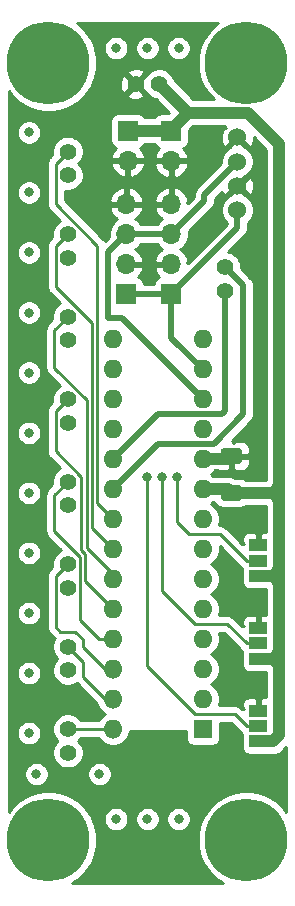
<source format=gtl>
%TF.GenerationSoftware,KiCad,Pcbnew,5.1.10*%
%TF.CreationDate,2021-12-13T09:12:35+01:00*%
%TF.ProjectId,serialization_board,73657269-616c-4697-9a61-74696f6e5f62,rev?*%
%TF.SameCoordinates,Original*%
%TF.FileFunction,Copper,L1,Top*%
%TF.FilePolarity,Positive*%
%FSLAX46Y46*%
G04 Gerber Fmt 4.6, Leading zero omitted, Abs format (unit mm)*
G04 Created by KiCad (PCBNEW 5.1.10) date 2021-12-13 09:12:35*
%MOMM*%
%LPD*%
G01*
G04 APERTURE LIST*
%TA.AperFunction,ComponentPad*%
%ADD10O,1.700000X1.700000*%
%TD*%
%TA.AperFunction,ComponentPad*%
%ADD11R,1.700000X1.700000*%
%TD*%
%TA.AperFunction,ComponentPad*%
%ADD12C,1.397000*%
%TD*%
%TA.AperFunction,ComponentPad*%
%ADD13C,7.000000*%
%TD*%
%TA.AperFunction,ComponentPad*%
%ADD14O,1.600000X1.600000*%
%TD*%
%TA.AperFunction,ComponentPad*%
%ADD15R,1.600000X1.600000*%
%TD*%
%TA.AperFunction,SMDPad,CuDef*%
%ADD16R,1.500000X1.000000*%
%TD*%
%TA.AperFunction,ComponentPad*%
%ADD17C,1.524000*%
%TD*%
%TA.AperFunction,ViaPad*%
%ADD18C,0.800000*%
%TD*%
%TA.AperFunction,Conductor*%
%ADD19C,1.000000*%
%TD*%
%TA.AperFunction,Conductor*%
%ADD20C,0.500000*%
%TD*%
%TA.AperFunction,Conductor*%
%ADD21C,0.250000*%
%TD*%
%TA.AperFunction,Conductor*%
%ADD22C,0.254000*%
%TD*%
%TA.AperFunction,Conductor*%
%ADD23C,0.100000*%
%TD*%
G04 APERTURE END LIST*
D10*
X74168000Y-34183000D03*
D11*
X74168000Y-31643000D03*
D10*
X70485000Y-34163000D03*
D11*
X70485000Y-31623000D03*
D10*
X70358000Y-37846000D03*
X70358000Y-40386000D03*
X70358000Y-42926000D03*
D11*
X70358000Y-45466000D03*
D10*
X74168000Y-37846000D03*
X74168000Y-40386000D03*
X74168000Y-42926000D03*
D11*
X74168000Y-45466000D03*
D12*
X65405000Y-33400999D03*
X65405000Y-35401001D03*
X65405000Y-82295999D03*
X65405000Y-84296001D03*
D13*
X80518000Y-25908000D03*
X80518000Y-91694000D03*
X63754000Y-91694000D03*
X63754000Y-25908000D03*
D12*
X65405000Y-68325999D03*
X65405000Y-70326001D03*
D14*
X69215000Y-82296000D03*
X76835000Y-49276000D03*
X69215000Y-79756000D03*
X76835000Y-51816000D03*
X69215000Y-77216000D03*
X76835000Y-54356000D03*
X69215000Y-74676000D03*
X76835000Y-56896000D03*
X69215000Y-72136000D03*
X76835000Y-59436000D03*
X69215000Y-69596000D03*
X76835000Y-61976000D03*
X69215000Y-67056000D03*
X76835000Y-64516000D03*
X69215000Y-64516000D03*
X76835000Y-67056000D03*
X69215000Y-61976000D03*
X76835000Y-69596000D03*
X69215000Y-59436000D03*
X76835000Y-72136000D03*
X69215000Y-56896000D03*
X76835000Y-74676000D03*
X69215000Y-54356000D03*
X76835000Y-77216000D03*
X69215000Y-51816000D03*
X76835000Y-79756000D03*
X69215000Y-49276000D03*
D15*
X76835000Y-82296000D03*
D12*
X65405000Y-40386000D03*
X65405000Y-42386002D03*
X65405000Y-75310999D03*
X65405000Y-77311001D03*
X65405000Y-61340999D03*
X65405000Y-63341001D03*
X65405000Y-54355999D03*
X65405000Y-56356001D03*
X65405000Y-47370999D03*
X65405000Y-49371001D03*
D16*
X81534000Y-69342000D03*
X81534000Y-68042000D03*
X81534000Y-66742000D03*
X81534000Y-76342000D03*
X81534000Y-75042000D03*
X81534000Y-73742000D03*
X81534000Y-83342000D03*
X81534000Y-82042000D03*
X81534000Y-80742000D03*
D12*
X78740000Y-45212000D03*
X78740000Y-43211998D03*
D17*
X79756000Y-38354000D03*
X79756000Y-36303999D03*
X79756000Y-34254001D03*
X79756000Y-32204000D03*
D12*
X73136001Y-27686000D03*
X71135999Y-27686000D03*
%TA.AperFunction,SMDPad,CuDef*%
G36*
G01*
X79898001Y-59844500D02*
X78597999Y-59844500D01*
G75*
G02*
X78348000Y-59594501I0J249999D01*
G01*
X78348000Y-58769499D01*
G75*
G02*
X78597999Y-58519500I249999J0D01*
G01*
X79898001Y-58519500D01*
G75*
G02*
X80148000Y-58769499I0J-249999D01*
G01*
X80148000Y-59594501D01*
G75*
G02*
X79898001Y-59844500I-249999J0D01*
G01*
G37*
%TD.AperFunction*%
%TA.AperFunction,SMDPad,CuDef*%
G36*
G01*
X79898001Y-62969500D02*
X78597999Y-62969500D01*
G75*
G02*
X78348000Y-62719501I0J249999D01*
G01*
X78348000Y-61894499D01*
G75*
G02*
X78597999Y-61644500I249999J0D01*
G01*
X79898001Y-61644500D01*
G75*
G02*
X80148000Y-61894499I0J-249999D01*
G01*
X80148000Y-62719501D01*
G75*
G02*
X79898001Y-62969500I-249999J0D01*
G01*
G37*
%TD.AperFunction*%
D18*
X69494999Y-89916000D03*
X74776999Y-89916000D03*
X72135999Y-89916000D03*
X68072000Y-86106000D03*
X62738000Y-86106000D03*
X69494999Y-24638000D03*
X74776999Y-24638000D03*
X72135999Y-24638000D03*
X62103000Y-82651001D03*
X62103000Y-77563501D03*
X62103000Y-72476001D03*
X62103000Y-62301001D03*
X62103000Y-67388501D03*
X62103000Y-57213501D03*
X62103000Y-52126001D03*
X62103000Y-47038501D03*
X62103000Y-41951001D03*
X62103000Y-31776001D03*
X62103000Y-36863501D03*
X69494999Y-93218000D03*
X72135999Y-93218000D03*
X74776999Y-93218000D03*
X82042000Y-86106000D03*
X76708000Y-86106000D03*
X72263000Y-86106000D03*
X79502000Y-78232000D03*
X79502000Y-70612000D03*
X80010000Y-64516000D03*
X81280000Y-57404000D03*
X81026000Y-42164000D03*
X81661000Y-46355000D03*
X81661000Y-52578000D03*
X76962000Y-32893000D03*
X72263000Y-36068000D03*
X67945000Y-34163000D03*
X72263000Y-29591000D03*
X67945000Y-29591000D03*
X75946000Y-27686000D03*
X65405000Y-79883000D03*
X72136000Y-60960000D03*
X73406000Y-60960000D03*
X74676000Y-60960000D03*
D19*
X78994000Y-59436000D02*
X79248000Y-59182000D01*
X76835000Y-59436000D02*
X78994000Y-59436000D01*
X78917000Y-61976000D02*
X79248000Y-62307000D01*
X76835000Y-61976000D02*
X78917000Y-61976000D01*
X81534000Y-76342000D02*
X82744002Y-76342000D01*
X83312000Y-76909998D02*
X82744002Y-76342000D01*
X83312000Y-82804000D02*
X83312000Y-76909998D01*
X82774000Y-83342000D02*
X83312000Y-82804000D01*
X81534000Y-83342000D02*
X82774000Y-83342000D01*
X82744002Y-76342000D02*
X83312000Y-75774002D01*
X83058000Y-69342000D02*
X83312000Y-69088000D01*
X81534000Y-69342000D02*
X83058000Y-69342000D01*
X83312000Y-75774002D02*
X83312000Y-76909998D01*
X82744002Y-69342000D02*
X83312000Y-68774002D01*
X83312000Y-68774002D02*
X83312000Y-68580000D01*
X83312000Y-69088000D02*
X83312000Y-68580000D01*
X81534000Y-69342000D02*
X82744002Y-69342000D01*
X83312000Y-69909998D02*
X83312000Y-75774002D01*
X82744002Y-69342000D02*
X83312000Y-69909998D01*
X83312000Y-69909998D02*
X83312000Y-69088000D01*
X83312000Y-62992000D02*
X83312000Y-68580000D01*
X80772000Y-62307000D02*
X82727000Y-62307000D01*
X82727000Y-62307000D02*
X83312000Y-61722000D01*
X83312000Y-61722000D02*
X83312000Y-62992000D01*
X83312000Y-62892000D02*
X82727000Y-62307000D01*
X83312000Y-62992000D02*
X83312000Y-62892000D01*
X80772000Y-62307000D02*
X79248000Y-62307000D01*
X83312000Y-32766000D02*
X80654001Y-30108001D01*
X83312000Y-61722000D02*
X83312000Y-32766000D01*
X75558002Y-30108001D02*
X73136001Y-27686000D01*
X80654001Y-30108001D02*
X75558002Y-30108001D01*
X74043003Y-31623000D02*
X75558002Y-30108001D01*
X70485000Y-31623000D02*
X74043003Y-31623000D01*
D20*
X70358000Y-45466000D02*
X74168000Y-45466000D01*
X74168000Y-49149000D02*
X74168000Y-45466000D01*
X76835000Y-51816000D02*
X74168000Y-49149000D01*
X79756000Y-39878000D02*
X79756000Y-38354000D01*
X74168000Y-45466000D02*
X79756000Y-39878000D01*
X76835000Y-54356000D02*
X69977000Y-47498000D01*
X69977000Y-47498000D02*
X68834000Y-47498000D01*
X68834000Y-41910000D02*
X70358000Y-40386000D01*
X68834000Y-47498000D02*
X68834000Y-41910000D01*
X70358000Y-40386000D02*
X74168000Y-40386000D01*
X76962000Y-37048001D02*
X79756000Y-34254001D01*
X76962000Y-37592000D02*
X76962000Y-37048001D01*
X74168000Y-40386000D02*
X76962000Y-37592000D01*
X73005001Y-55645999D02*
X78466001Y-55645999D01*
X69215000Y-59436000D02*
X73005001Y-55645999D01*
X78740000Y-55372000D02*
X78740000Y-45212000D01*
X78466001Y-55645999D02*
X78740000Y-55372000D01*
X73044999Y-58146001D02*
X77743999Y-58146001D01*
X69215000Y-61976000D02*
X73044999Y-58146001D01*
X77743999Y-58146001D02*
X80264000Y-55626000D01*
X80264000Y-44735998D02*
X78740000Y-43211998D01*
X80264000Y-55626000D02*
X80264000Y-44735998D01*
D21*
X72136000Y-76962000D02*
X72136000Y-60960000D01*
X79518000Y-81026000D02*
X76200000Y-81026000D01*
X80534000Y-82042000D02*
X79518000Y-81026000D01*
X76200000Y-81026000D02*
X72136000Y-76962000D01*
X81534000Y-82042000D02*
X80534000Y-82042000D01*
X80534000Y-75042000D02*
X81534000Y-75042000D01*
X78898000Y-73406000D02*
X80534000Y-75042000D01*
X76200000Y-73406000D02*
X78898000Y-73406000D01*
X73406000Y-70612000D02*
X76200000Y-73406000D01*
X73406000Y-60960000D02*
X73406000Y-70612000D01*
X74676000Y-60960000D02*
X74676000Y-64770000D01*
X74676000Y-64770000D02*
X75692000Y-65786000D01*
X80534000Y-68042000D02*
X81534000Y-68042000D01*
X78278000Y-65786000D02*
X80534000Y-68042000D01*
X75692000Y-65786000D02*
X78278000Y-65786000D01*
X64381499Y-37847717D02*
X67898030Y-41364248D01*
X64381499Y-34424500D02*
X64381499Y-37847717D01*
X65405000Y-33400999D02*
X64381499Y-34424500D01*
X67898030Y-63199030D02*
X69215000Y-64516000D01*
X67898030Y-41364248D02*
X67898030Y-63199030D01*
X64381499Y-44832716D02*
X67448020Y-47899237D01*
X64381499Y-41409501D02*
X64381499Y-44832716D01*
X65405000Y-40386000D02*
X64381499Y-41409501D01*
X67448020Y-65289020D02*
X69215000Y-67056000D01*
X67448020Y-47899237D02*
X67448020Y-65289020D01*
X65405000Y-47370999D02*
X64262000Y-48513999D01*
X64262000Y-51698217D02*
X66998010Y-54434227D01*
X64262000Y-48513999D02*
X64262000Y-51698217D01*
X69215000Y-69212180D02*
X69215000Y-69596000D01*
X66998010Y-66995190D02*
X69215000Y-69212180D01*
X66998010Y-54434227D02*
X66998010Y-66995190D01*
X64381499Y-55379500D02*
X64381499Y-58793499D01*
X65405000Y-54355999D02*
X64381499Y-55379500D01*
X64381499Y-58793499D02*
X66548000Y-60960000D01*
X66548000Y-67181590D02*
X66878511Y-67512101D01*
X66548000Y-60960000D02*
X66548000Y-67181590D01*
X66878511Y-69799511D02*
X69215000Y-72136000D01*
X66878511Y-67512101D02*
X66878511Y-69799511D01*
X65405000Y-61340999D02*
X64262000Y-62483999D01*
X64262000Y-62483999D02*
X64262000Y-65532000D01*
X66428501Y-67698501D02*
X66428501Y-73032501D01*
X64262000Y-65532000D02*
X66428501Y-67698501D01*
X68072000Y-74676000D02*
X69215000Y-74676000D01*
X66428501Y-73032501D02*
X68072000Y-74676000D01*
X64381499Y-69349500D02*
X64381499Y-73652499D01*
X65405000Y-68325999D02*
X64381499Y-69349500D01*
X64381499Y-73652499D02*
X64770000Y-74041000D01*
X64770000Y-74041000D02*
X66040000Y-74041000D01*
X66675000Y-75311000D02*
X69215000Y-77851000D01*
X66675000Y-74676000D02*
X66675000Y-75311000D01*
X66040000Y-74041000D02*
X66675000Y-74676000D01*
X65405000Y-75310999D02*
X66675000Y-76580999D01*
X66675000Y-77851000D02*
X69215000Y-80391000D01*
X66675000Y-76580999D02*
X66675000Y-77851000D01*
X68579999Y-82295999D02*
X69215000Y-82931000D01*
X65405000Y-82295999D02*
X68579999Y-82295999D01*
D22*
X77882091Y-22696136D02*
X77306136Y-23272091D01*
X76853611Y-23949343D01*
X76541906Y-24701865D01*
X76383000Y-25500738D01*
X76383000Y-26315262D01*
X76541906Y-27114135D01*
X76853611Y-27866657D01*
X77306136Y-28543909D01*
X77735228Y-28973001D01*
X76028135Y-28973001D01*
X74434666Y-27379533D01*
X74418255Y-27297032D01*
X74317733Y-27054351D01*
X74171798Y-26835943D01*
X73986058Y-26650203D01*
X73767650Y-26504268D01*
X73524969Y-26403746D01*
X73267339Y-26352500D01*
X73004663Y-26352500D01*
X72747033Y-26403746D01*
X72504352Y-26504268D01*
X72285944Y-26650203D01*
X72100204Y-26835943D01*
X71968397Y-27033207D01*
X71315604Y-27686000D01*
X71968397Y-28338793D01*
X72100204Y-28536057D01*
X72285944Y-28721797D01*
X72504352Y-28867732D01*
X72747033Y-28968254D01*
X72829534Y-28984665D01*
X73952870Y-30108001D01*
X73905944Y-30154928D01*
X73318000Y-30154928D01*
X73193518Y-30167188D01*
X73073820Y-30203498D01*
X72963506Y-30262463D01*
X72866815Y-30341815D01*
X72787463Y-30438506D01*
X72761007Y-30488000D01*
X71902683Y-30488000D01*
X71865537Y-30418506D01*
X71786185Y-30321815D01*
X71689494Y-30242463D01*
X71579180Y-30183498D01*
X71459482Y-30147188D01*
X71335000Y-30134928D01*
X69635000Y-30134928D01*
X69510518Y-30147188D01*
X69390820Y-30183498D01*
X69280506Y-30242463D01*
X69183815Y-30321815D01*
X69104463Y-30418506D01*
X69045498Y-30528820D01*
X69009188Y-30648518D01*
X68996928Y-30773000D01*
X68996928Y-32473000D01*
X69009188Y-32597482D01*
X69045498Y-32717180D01*
X69104463Y-32827494D01*
X69183815Y-32924185D01*
X69280506Y-33003537D01*
X69390820Y-33062502D01*
X69471466Y-33086966D01*
X69387412Y-33162731D01*
X69213359Y-33396080D01*
X69088175Y-33658901D01*
X69043524Y-33806110D01*
X69164845Y-34036000D01*
X70358000Y-34036000D01*
X70358000Y-34016000D01*
X70612000Y-34016000D01*
X70612000Y-34036000D01*
X71805155Y-34036000D01*
X71926476Y-33806110D01*
X71881825Y-33658901D01*
X71756641Y-33396080D01*
X71582588Y-33162731D01*
X71498534Y-33086966D01*
X71579180Y-33062502D01*
X71689494Y-33003537D01*
X71786185Y-32924185D01*
X71865537Y-32827494D01*
X71902683Y-32758000D01*
X72739627Y-32758000D01*
X72787463Y-32847494D01*
X72866815Y-32944185D01*
X72963506Y-33023537D01*
X73073820Y-33082502D01*
X73154466Y-33106966D01*
X73070412Y-33182731D01*
X72896359Y-33416080D01*
X72771175Y-33678901D01*
X72726524Y-33826110D01*
X72847845Y-34056000D01*
X74041000Y-34056000D01*
X74041000Y-34036000D01*
X74295000Y-34036000D01*
X74295000Y-34056000D01*
X75488155Y-34056000D01*
X75609476Y-33826110D01*
X75564825Y-33678901D01*
X75439641Y-33416080D01*
X75265588Y-33182731D01*
X75181534Y-33106966D01*
X75262180Y-33082502D01*
X75372494Y-33023537D01*
X75469185Y-32944185D01*
X75548537Y-32847494D01*
X75607502Y-32737180D01*
X75643812Y-32617482D01*
X75656072Y-32493000D01*
X75656072Y-31615063D01*
X76028134Y-31243001D01*
X78732653Y-31243001D01*
X78674023Y-31301631D01*
X78790433Y-31418041D01*
X78550344Y-31485020D01*
X78433244Y-31734048D01*
X78366977Y-32001135D01*
X78354090Y-32276017D01*
X78395078Y-32548133D01*
X78488364Y-32807023D01*
X78550344Y-32922980D01*
X78790435Y-32989960D01*
X79576395Y-32204000D01*
X79562253Y-32189858D01*
X79741858Y-32010253D01*
X79756000Y-32024395D01*
X79770143Y-32010253D01*
X79949748Y-32189858D01*
X79935605Y-32204000D01*
X80721565Y-32989960D01*
X80961656Y-32922980D01*
X81078756Y-32673952D01*
X81145023Y-32406865D01*
X81154101Y-32213232D01*
X82177001Y-33236133D01*
X82177000Y-61172000D01*
X80410767Y-61172000D01*
X80391387Y-61156095D01*
X80237851Y-61074028D01*
X80071255Y-61023492D01*
X79898001Y-61006428D01*
X79510796Y-61006428D01*
X79353447Y-60922324D01*
X79139499Y-60857423D01*
X78972752Y-60841000D01*
X78972751Y-60841000D01*
X78917000Y-60835509D01*
X78861249Y-60841000D01*
X77719284Y-60841000D01*
X77514727Y-60704320D01*
X77504135Y-60699933D01*
X77690131Y-60588385D01*
X77898519Y-60399414D01*
X77945681Y-60335788D01*
X77993506Y-60375037D01*
X78103820Y-60434002D01*
X78223518Y-60470312D01*
X78348000Y-60482572D01*
X78962250Y-60479500D01*
X79121000Y-60320750D01*
X79121000Y-59309000D01*
X79375000Y-59309000D01*
X79375000Y-60320750D01*
X79533750Y-60479500D01*
X80148000Y-60482572D01*
X80272482Y-60470312D01*
X80392180Y-60434002D01*
X80502494Y-60375037D01*
X80599185Y-60295685D01*
X80678537Y-60198994D01*
X80737502Y-60088680D01*
X80773812Y-59968982D01*
X80786072Y-59844500D01*
X80783000Y-59467750D01*
X80624250Y-59309000D01*
X79375000Y-59309000D01*
X79121000Y-59309000D01*
X79101000Y-59309000D01*
X79101000Y-59055000D01*
X79121000Y-59055000D01*
X79121000Y-59035000D01*
X79375000Y-59035000D01*
X79375000Y-59055000D01*
X80624250Y-59055000D01*
X80783000Y-58896250D01*
X80786072Y-58519500D01*
X80773812Y-58395018D01*
X80737502Y-58275320D01*
X80678537Y-58165006D01*
X80599185Y-58068315D01*
X80502494Y-57988963D01*
X80392180Y-57929998D01*
X80272482Y-57893688D01*
X80148000Y-57881428D01*
X79533750Y-57884500D01*
X79375002Y-58043248D01*
X79375002Y-57884500D01*
X79257078Y-57884500D01*
X80859050Y-56282529D01*
X80892817Y-56254817D01*
X80955449Y-56178501D01*
X81003411Y-56120059D01*
X81085589Y-55966314D01*
X81136195Y-55799490D01*
X81137980Y-55781363D01*
X81149000Y-55669477D01*
X81149000Y-55669469D01*
X81153281Y-55626000D01*
X81149000Y-55582531D01*
X81149000Y-44779463D01*
X81153281Y-44735997D01*
X81149000Y-44692531D01*
X81149000Y-44692521D01*
X81136195Y-44562508D01*
X81085589Y-44395685D01*
X81003411Y-44241939D01*
X80967139Y-44197742D01*
X80920532Y-44140951D01*
X80920530Y-44140949D01*
X80892817Y-44107181D01*
X80859049Y-44079468D01*
X80073500Y-43293920D01*
X80073500Y-43080660D01*
X80022254Y-42823030D01*
X79921732Y-42580349D01*
X79775797Y-42361941D01*
X79590057Y-42176201D01*
X79371649Y-42030266D01*
X79128968Y-41929744D01*
X78984559Y-41901019D01*
X80351051Y-40534528D01*
X80384817Y-40506817D01*
X80495411Y-40372059D01*
X80577589Y-40218313D01*
X80628195Y-40051490D01*
X80641000Y-39921477D01*
X80641000Y-39921467D01*
X80645281Y-39878001D01*
X80641000Y-39834535D01*
X80641000Y-39442818D01*
X80646535Y-39439120D01*
X80841120Y-39244535D01*
X80994005Y-39015727D01*
X81099314Y-38761490D01*
X81153000Y-38491592D01*
X81153000Y-38216408D01*
X81099314Y-37946510D01*
X80994005Y-37692273D01*
X80841120Y-37463465D01*
X80646535Y-37268880D01*
X80417727Y-37115995D01*
X80367647Y-37095251D01*
X79756000Y-36483604D01*
X79144353Y-37095251D01*
X79094273Y-37115995D01*
X78865465Y-37268880D01*
X78670880Y-37463465D01*
X78517995Y-37692273D01*
X78412686Y-37946510D01*
X78359000Y-38216408D01*
X78359000Y-38491592D01*
X78412686Y-38761490D01*
X78517995Y-39015727D01*
X78670880Y-39244535D01*
X78865465Y-39439120D01*
X78871000Y-39442819D01*
X78871000Y-39511421D01*
X75583424Y-42798998D01*
X75488156Y-42798998D01*
X75609476Y-42569110D01*
X75564825Y-42421901D01*
X75439641Y-42159080D01*
X75265588Y-41925731D01*
X75049355Y-41730822D01*
X74932466Y-41661195D01*
X75114632Y-41539475D01*
X75321475Y-41332632D01*
X75483990Y-41089411D01*
X75595932Y-40819158D01*
X75653000Y-40532260D01*
X75653000Y-40239740D01*
X75638539Y-40167039D01*
X77557050Y-38248529D01*
X77590817Y-38220817D01*
X77623897Y-38180510D01*
X77701411Y-38086059D01*
X77783589Y-37932314D01*
X77834195Y-37765490D01*
X77840063Y-37705909D01*
X77847000Y-37635477D01*
X77847000Y-37635469D01*
X77851281Y-37592000D01*
X77847000Y-37548531D01*
X77847000Y-37414579D01*
X78452921Y-36808659D01*
X78488364Y-36907022D01*
X78550344Y-37022979D01*
X78790435Y-37089959D01*
X79576395Y-36303999D01*
X79935605Y-36303999D01*
X80721565Y-37089959D01*
X80961656Y-37022979D01*
X81078756Y-36773951D01*
X81145023Y-36506864D01*
X81157910Y-36231982D01*
X81116922Y-35959866D01*
X81023636Y-35700976D01*
X80961656Y-35585019D01*
X80721565Y-35518039D01*
X79935605Y-36303999D01*
X79576395Y-36303999D01*
X79562253Y-36289857D01*
X79741858Y-36110252D01*
X79756000Y-36124394D01*
X80367642Y-35512752D01*
X80417727Y-35492006D01*
X80646535Y-35339121D01*
X80841120Y-35144536D01*
X80994005Y-34915728D01*
X81099314Y-34661491D01*
X81153000Y-34391593D01*
X81153000Y-34116409D01*
X81099314Y-33846511D01*
X80994005Y-33592274D01*
X80841120Y-33363466D01*
X80646535Y-33168881D01*
X80417727Y-33015996D01*
X80367647Y-32995252D01*
X79756000Y-32383605D01*
X79144353Y-32995252D01*
X79094273Y-33015996D01*
X78865465Y-33168881D01*
X78670880Y-33363466D01*
X78517995Y-33592274D01*
X78412686Y-33846511D01*
X78359000Y-34116409D01*
X78359000Y-34391593D01*
X78360299Y-34398123D01*
X76366951Y-36391472D01*
X76333184Y-36419184D01*
X76305471Y-36452952D01*
X76305468Y-36452955D01*
X76222590Y-36553942D01*
X76140411Y-36707688D01*
X76089805Y-36874511D01*
X76077000Y-37004524D01*
X76077000Y-37004532D01*
X76072719Y-37048001D01*
X76077000Y-37091470D01*
X76077000Y-37225421D01*
X75583423Y-37718998D01*
X75488156Y-37718998D01*
X75609476Y-37489110D01*
X75564825Y-37341901D01*
X75439641Y-37079080D01*
X75265588Y-36845731D01*
X75049355Y-36650822D01*
X74799252Y-36501843D01*
X74524891Y-36404519D01*
X74295000Y-36525186D01*
X74295000Y-37719000D01*
X74315000Y-37719000D01*
X74315000Y-37973000D01*
X74295000Y-37973000D01*
X74295000Y-37993000D01*
X74041000Y-37993000D01*
X74041000Y-37973000D01*
X72847845Y-37973000D01*
X72726524Y-38202890D01*
X72771175Y-38350099D01*
X72896359Y-38612920D01*
X73070412Y-38846269D01*
X73286645Y-39041178D01*
X73403534Y-39110805D01*
X73221368Y-39232525D01*
X73014525Y-39439368D01*
X72973344Y-39501000D01*
X71552656Y-39501000D01*
X71511475Y-39439368D01*
X71304632Y-39232525D01*
X71122466Y-39110805D01*
X71239355Y-39041178D01*
X71455588Y-38846269D01*
X71629641Y-38612920D01*
X71754825Y-38350099D01*
X71799476Y-38202890D01*
X71678155Y-37973000D01*
X70485000Y-37973000D01*
X70485000Y-37993000D01*
X70231000Y-37993000D01*
X70231000Y-37973000D01*
X69037845Y-37973000D01*
X68916524Y-38202890D01*
X68961175Y-38350099D01*
X69086359Y-38612920D01*
X69260412Y-38846269D01*
X69476645Y-39041178D01*
X69593534Y-39110805D01*
X69411368Y-39232525D01*
X69204525Y-39439368D01*
X69042010Y-39682589D01*
X68930068Y-39952842D01*
X68873000Y-40239740D01*
X68873000Y-40532260D01*
X68887461Y-40604960D01*
X68539778Y-40952644D01*
X68533004Y-40939972D01*
X68438031Y-40824247D01*
X68409034Y-40800450D01*
X65141499Y-37532916D01*
X65141499Y-37489110D01*
X68916524Y-37489110D01*
X69037845Y-37719000D01*
X70231000Y-37719000D01*
X70231000Y-36525186D01*
X70485000Y-36525186D01*
X70485000Y-37719000D01*
X71678155Y-37719000D01*
X71799476Y-37489110D01*
X72726524Y-37489110D01*
X72847845Y-37719000D01*
X74041000Y-37719000D01*
X74041000Y-36525186D01*
X73811109Y-36404519D01*
X73536748Y-36501843D01*
X73286645Y-36650822D01*
X73070412Y-36845731D01*
X72896359Y-37079080D01*
X72771175Y-37341901D01*
X72726524Y-37489110D01*
X71799476Y-37489110D01*
X71754825Y-37341901D01*
X71629641Y-37079080D01*
X71455588Y-36845731D01*
X71239355Y-36650822D01*
X70989252Y-36501843D01*
X70714891Y-36404519D01*
X70485000Y-36525186D01*
X70231000Y-36525186D01*
X70001109Y-36404519D01*
X69726748Y-36501843D01*
X69476645Y-36650822D01*
X69260412Y-36845731D01*
X69086359Y-37079080D01*
X68961175Y-37341901D01*
X68916524Y-37489110D01*
X65141499Y-37489110D01*
X65141499Y-36708212D01*
X65273662Y-36734501D01*
X65536338Y-36734501D01*
X65793968Y-36683255D01*
X66036649Y-36582733D01*
X66255057Y-36436798D01*
X66440797Y-36251058D01*
X66586732Y-36032650D01*
X66687254Y-35789969D01*
X66738500Y-35532339D01*
X66738500Y-35269663D01*
X66687254Y-35012033D01*
X66586732Y-34769352D01*
X66440797Y-34550944D01*
X66409743Y-34519890D01*
X69043524Y-34519890D01*
X69088175Y-34667099D01*
X69213359Y-34929920D01*
X69387412Y-35163269D01*
X69603645Y-35358178D01*
X69853748Y-35507157D01*
X70128109Y-35604481D01*
X70358000Y-35483814D01*
X70358000Y-34290000D01*
X70612000Y-34290000D01*
X70612000Y-35483814D01*
X70841891Y-35604481D01*
X71116252Y-35507157D01*
X71366355Y-35358178D01*
X71582588Y-35163269D01*
X71756641Y-34929920D01*
X71881825Y-34667099D01*
X71920409Y-34539890D01*
X72726524Y-34539890D01*
X72771175Y-34687099D01*
X72896359Y-34949920D01*
X73070412Y-35183269D01*
X73286645Y-35378178D01*
X73536748Y-35527157D01*
X73811109Y-35624481D01*
X74041000Y-35503814D01*
X74041000Y-34310000D01*
X74295000Y-34310000D01*
X74295000Y-35503814D01*
X74524891Y-35624481D01*
X74799252Y-35527157D01*
X75049355Y-35378178D01*
X75265588Y-35183269D01*
X75439641Y-34949920D01*
X75564825Y-34687099D01*
X75609476Y-34539890D01*
X75488155Y-34310000D01*
X74295000Y-34310000D01*
X74041000Y-34310000D01*
X72847845Y-34310000D01*
X72726524Y-34539890D01*
X71920409Y-34539890D01*
X71926476Y-34519890D01*
X71805155Y-34290000D01*
X70612000Y-34290000D01*
X70358000Y-34290000D01*
X69164845Y-34290000D01*
X69043524Y-34519890D01*
X66409743Y-34519890D01*
X66290853Y-34401000D01*
X66440797Y-34251056D01*
X66586732Y-34032648D01*
X66687254Y-33789967D01*
X66738500Y-33532337D01*
X66738500Y-33269661D01*
X66687254Y-33012031D01*
X66586732Y-32769350D01*
X66440797Y-32550942D01*
X66255057Y-32365202D01*
X66036649Y-32219267D01*
X65793968Y-32118745D01*
X65536338Y-32067499D01*
X65273662Y-32067499D01*
X65016032Y-32118745D01*
X64773351Y-32219267D01*
X64554943Y-32365202D01*
X64369203Y-32550942D01*
X64223268Y-32769350D01*
X64122746Y-33012031D01*
X64071500Y-33269661D01*
X64071500Y-33532337D01*
X64092631Y-33638567D01*
X63870501Y-33860696D01*
X63841498Y-33884499D01*
X63786370Y-33951674D01*
X63746525Y-34000224D01*
X63684422Y-34116409D01*
X63675953Y-34132254D01*
X63632496Y-34275515D01*
X63621499Y-34387168D01*
X63621499Y-34387178D01*
X63617823Y-34424500D01*
X63621499Y-34461823D01*
X63621500Y-37810385D01*
X63617823Y-37847717D01*
X63621500Y-37885050D01*
X63630163Y-37973000D01*
X63632497Y-37996702D01*
X63675953Y-38139963D01*
X63746525Y-38271993D01*
X63795289Y-38331411D01*
X63841499Y-38387718D01*
X63870497Y-38411516D01*
X64707349Y-39248369D01*
X64554943Y-39350203D01*
X64369203Y-39535943D01*
X64223268Y-39754351D01*
X64122746Y-39997032D01*
X64071500Y-40254662D01*
X64071500Y-40517338D01*
X64092631Y-40623568D01*
X63870501Y-40845697D01*
X63841498Y-40869500D01*
X63803336Y-40916001D01*
X63746525Y-40985225D01*
X63691371Y-41088411D01*
X63675953Y-41117255D01*
X63632496Y-41260516D01*
X63621499Y-41372169D01*
X63621499Y-41372179D01*
X63617823Y-41409501D01*
X63621499Y-41446824D01*
X63621500Y-44795384D01*
X63617823Y-44832716D01*
X63632497Y-44981701D01*
X63675953Y-45124962D01*
X63746525Y-45256992D01*
X63817388Y-45343338D01*
X63841499Y-45372717D01*
X63870497Y-45396515D01*
X64707349Y-46233368D01*
X64554943Y-46335202D01*
X64369203Y-46520942D01*
X64223268Y-46739350D01*
X64122746Y-46982031D01*
X64071500Y-47239661D01*
X64071500Y-47502337D01*
X64092631Y-47608567D01*
X63751002Y-47950195D01*
X63721999Y-47973998D01*
X63697115Y-48004320D01*
X63627026Y-48089723D01*
X63573817Y-48189269D01*
X63556454Y-48221753D01*
X63512997Y-48365014D01*
X63502000Y-48476667D01*
X63502000Y-48476677D01*
X63498324Y-48513999D01*
X63502000Y-48551322D01*
X63502001Y-51660885D01*
X63498324Y-51698217D01*
X63512998Y-51847202D01*
X63556454Y-51990463D01*
X63627026Y-52122493D01*
X63654782Y-52156313D01*
X63722000Y-52238218D01*
X63750998Y-52262016D01*
X64707349Y-53218368D01*
X64554943Y-53320202D01*
X64369203Y-53505942D01*
X64223268Y-53724350D01*
X64122746Y-53967031D01*
X64071500Y-54224661D01*
X64071500Y-54487337D01*
X64092631Y-54593567D01*
X63870501Y-54815696D01*
X63841498Y-54839499D01*
X63809949Y-54877942D01*
X63746525Y-54955224D01*
X63685603Y-55069200D01*
X63675953Y-55087254D01*
X63632496Y-55230515D01*
X63621499Y-55342168D01*
X63621499Y-55342178D01*
X63617823Y-55379500D01*
X63621499Y-55416823D01*
X63621500Y-58756167D01*
X63617823Y-58793499D01*
X63621500Y-58830832D01*
X63632497Y-58942485D01*
X63645679Y-58985941D01*
X63675953Y-59085745D01*
X63746525Y-59217775D01*
X63809628Y-59294665D01*
X63841499Y-59333500D01*
X63870497Y-59357298D01*
X64712875Y-60199676D01*
X64554943Y-60305202D01*
X64369203Y-60490942D01*
X64223268Y-60709350D01*
X64122746Y-60952031D01*
X64071500Y-61209661D01*
X64071500Y-61472337D01*
X64092631Y-61578567D01*
X63751002Y-61920195D01*
X63721999Y-61943998D01*
X63695736Y-61976000D01*
X63627026Y-62059723D01*
X63613221Y-62085551D01*
X63556454Y-62191753D01*
X63512997Y-62335014D01*
X63502000Y-62446667D01*
X63502000Y-62446677D01*
X63498324Y-62483999D01*
X63502000Y-62521322D01*
X63502001Y-65494668D01*
X63498324Y-65532000D01*
X63512998Y-65680985D01*
X63556454Y-65824246D01*
X63627026Y-65956276D01*
X63661121Y-65997820D01*
X63722000Y-66072001D01*
X63750998Y-66095799D01*
X64791817Y-67136618D01*
X64773351Y-67144267D01*
X64554943Y-67290202D01*
X64369203Y-67475942D01*
X64223268Y-67694350D01*
X64122746Y-67937031D01*
X64071500Y-68194661D01*
X64071500Y-68457337D01*
X64092631Y-68563567D01*
X63870501Y-68785696D01*
X63841498Y-68809499D01*
X63803072Y-68856322D01*
X63746525Y-68925224D01*
X63708426Y-68996502D01*
X63675953Y-69057254D01*
X63632496Y-69200515D01*
X63621499Y-69312168D01*
X63621499Y-69312178D01*
X63617823Y-69349500D01*
X63621499Y-69386823D01*
X63621500Y-73615167D01*
X63617823Y-73652499D01*
X63632497Y-73801484D01*
X63675953Y-73944745D01*
X63746525Y-74076775D01*
X63810726Y-74155003D01*
X63841499Y-74192500D01*
X63870497Y-74216298D01*
X64206200Y-74552002D01*
X64229999Y-74581001D01*
X64268093Y-74612264D01*
X64223268Y-74679350D01*
X64122746Y-74922031D01*
X64071500Y-75179661D01*
X64071500Y-75442337D01*
X64122746Y-75699967D01*
X64223268Y-75942648D01*
X64369203Y-76161056D01*
X64519147Y-76311000D01*
X64369203Y-76460944D01*
X64223268Y-76679352D01*
X64122746Y-76922033D01*
X64071500Y-77179663D01*
X64071500Y-77442339D01*
X64122746Y-77699969D01*
X64223268Y-77942650D01*
X64369203Y-78161058D01*
X64554943Y-78346798D01*
X64773351Y-78492733D01*
X65016032Y-78593255D01*
X65273662Y-78644501D01*
X65536338Y-78644501D01*
X65793968Y-78593255D01*
X66036649Y-78492733D01*
X66159191Y-78410854D01*
X66163998Y-78414799D01*
X67813141Y-80063943D01*
X67835147Y-80174574D01*
X67943320Y-80435727D01*
X68100363Y-80670759D01*
X68300241Y-80870637D01*
X68532759Y-81026000D01*
X68300241Y-81181363D01*
X68100363Y-81381241D01*
X67996957Y-81535999D01*
X66500971Y-81535999D01*
X66440797Y-81445942D01*
X66255057Y-81260202D01*
X66036649Y-81114267D01*
X65793968Y-81013745D01*
X65536338Y-80962499D01*
X65273662Y-80962499D01*
X65016032Y-81013745D01*
X64773351Y-81114267D01*
X64554943Y-81260202D01*
X64369203Y-81445942D01*
X64223268Y-81664350D01*
X64122746Y-81907031D01*
X64071500Y-82164661D01*
X64071500Y-82427337D01*
X64122746Y-82684967D01*
X64223268Y-82927648D01*
X64369203Y-83146056D01*
X64519147Y-83296000D01*
X64369203Y-83445944D01*
X64223268Y-83664352D01*
X64122746Y-83907033D01*
X64071500Y-84164663D01*
X64071500Y-84427339D01*
X64122746Y-84684969D01*
X64223268Y-84927650D01*
X64369203Y-85146058D01*
X64554943Y-85331798D01*
X64773351Y-85477733D01*
X65016032Y-85578255D01*
X65273662Y-85629501D01*
X65536338Y-85629501D01*
X65793968Y-85578255D01*
X66036649Y-85477733D01*
X66255057Y-85331798D01*
X66440797Y-85146058D01*
X66586732Y-84927650D01*
X66687254Y-84684969D01*
X66738500Y-84427339D01*
X66738500Y-84164663D01*
X66687254Y-83907033D01*
X66586732Y-83664352D01*
X66440797Y-83445944D01*
X66290853Y-83296000D01*
X66440797Y-83146056D01*
X66500971Y-83055999D01*
X67996956Y-83055999D01*
X68100363Y-83210759D01*
X68300241Y-83410637D01*
X68535273Y-83567680D01*
X68796426Y-83675853D01*
X69073665Y-83731000D01*
X69356335Y-83731000D01*
X69633574Y-83675853D01*
X69894727Y-83567680D01*
X70129759Y-83410637D01*
X70329637Y-83210759D01*
X70486680Y-82975727D01*
X70594853Y-82714574D01*
X70650000Y-82437335D01*
X70650000Y-82423000D01*
X75396928Y-82423000D01*
X75396928Y-83096000D01*
X75409188Y-83220482D01*
X75445498Y-83340180D01*
X75504463Y-83450494D01*
X75583815Y-83547185D01*
X75680506Y-83626537D01*
X75790820Y-83685502D01*
X75910518Y-83721812D01*
X76035000Y-83734072D01*
X77635000Y-83734072D01*
X77759482Y-83721812D01*
X77879180Y-83685502D01*
X77989494Y-83626537D01*
X78086185Y-83547185D01*
X78165537Y-83450494D01*
X78224502Y-83340180D01*
X78260812Y-83220482D01*
X78273072Y-83096000D01*
X78273072Y-81786000D01*
X79203199Y-81786000D01*
X79970201Y-82553003D01*
X79993999Y-82582001D01*
X80022997Y-82605799D01*
X80109723Y-82676974D01*
X80162009Y-82704922D01*
X80158188Y-82717518D01*
X80145928Y-82842000D01*
X80145928Y-83842000D01*
X80158188Y-83966482D01*
X80194498Y-84086180D01*
X80253463Y-84196494D01*
X80332815Y-84293185D01*
X80429506Y-84372537D01*
X80539820Y-84431502D01*
X80659518Y-84467812D01*
X80784000Y-84480072D01*
X82284000Y-84480072D01*
X82315192Y-84477000D01*
X82718249Y-84477000D01*
X82774000Y-84482491D01*
X82829751Y-84477000D01*
X82829752Y-84477000D01*
X82996499Y-84460577D01*
X83210447Y-84395676D01*
X83407623Y-84290284D01*
X83580449Y-84148449D01*
X83615996Y-84105135D01*
X83897001Y-83824130D01*
X83897001Y-89308229D01*
X83729864Y-89058091D01*
X83153909Y-88482136D01*
X82476657Y-88029611D01*
X81724135Y-87717906D01*
X80925262Y-87559000D01*
X80110738Y-87559000D01*
X79311865Y-87717906D01*
X78559343Y-88029611D01*
X77882091Y-88482136D01*
X77306136Y-89058091D01*
X76853611Y-89735343D01*
X76541906Y-90487865D01*
X76383000Y-91286738D01*
X76383000Y-92101262D01*
X76541906Y-92900135D01*
X76853611Y-93652657D01*
X77306136Y-94329909D01*
X77882091Y-94905864D01*
X78512366Y-95327000D01*
X65759634Y-95327000D01*
X66389909Y-94905864D01*
X66965864Y-94329909D01*
X67418389Y-93652657D01*
X67730094Y-92900135D01*
X67889000Y-92101262D01*
X67889000Y-91286738D01*
X67730094Y-90487865D01*
X67450996Y-89814061D01*
X68459999Y-89814061D01*
X68459999Y-90017939D01*
X68499773Y-90217898D01*
X68577794Y-90406256D01*
X68691062Y-90575774D01*
X68835225Y-90719937D01*
X69004743Y-90833205D01*
X69193101Y-90911226D01*
X69393060Y-90951000D01*
X69596938Y-90951000D01*
X69796897Y-90911226D01*
X69985255Y-90833205D01*
X70154773Y-90719937D01*
X70298936Y-90575774D01*
X70412204Y-90406256D01*
X70490225Y-90217898D01*
X70529999Y-90017939D01*
X70529999Y-89814061D01*
X71100999Y-89814061D01*
X71100999Y-90017939D01*
X71140773Y-90217898D01*
X71218794Y-90406256D01*
X71332062Y-90575774D01*
X71476225Y-90719937D01*
X71645743Y-90833205D01*
X71834101Y-90911226D01*
X72034060Y-90951000D01*
X72237938Y-90951000D01*
X72437897Y-90911226D01*
X72626255Y-90833205D01*
X72795773Y-90719937D01*
X72939936Y-90575774D01*
X73053204Y-90406256D01*
X73131225Y-90217898D01*
X73170999Y-90017939D01*
X73170999Y-89814061D01*
X73741999Y-89814061D01*
X73741999Y-90017939D01*
X73781773Y-90217898D01*
X73859794Y-90406256D01*
X73973062Y-90575774D01*
X74117225Y-90719937D01*
X74286743Y-90833205D01*
X74475101Y-90911226D01*
X74675060Y-90951000D01*
X74878938Y-90951000D01*
X75078897Y-90911226D01*
X75267255Y-90833205D01*
X75436773Y-90719937D01*
X75580936Y-90575774D01*
X75694204Y-90406256D01*
X75772225Y-90217898D01*
X75811999Y-90017939D01*
X75811999Y-89814061D01*
X75772225Y-89614102D01*
X75694204Y-89425744D01*
X75580936Y-89256226D01*
X75436773Y-89112063D01*
X75267255Y-88998795D01*
X75078897Y-88920774D01*
X74878938Y-88881000D01*
X74675060Y-88881000D01*
X74475101Y-88920774D01*
X74286743Y-88998795D01*
X74117225Y-89112063D01*
X73973062Y-89256226D01*
X73859794Y-89425744D01*
X73781773Y-89614102D01*
X73741999Y-89814061D01*
X73170999Y-89814061D01*
X73131225Y-89614102D01*
X73053204Y-89425744D01*
X72939936Y-89256226D01*
X72795773Y-89112063D01*
X72626255Y-88998795D01*
X72437897Y-88920774D01*
X72237938Y-88881000D01*
X72034060Y-88881000D01*
X71834101Y-88920774D01*
X71645743Y-88998795D01*
X71476225Y-89112063D01*
X71332062Y-89256226D01*
X71218794Y-89425744D01*
X71140773Y-89614102D01*
X71100999Y-89814061D01*
X70529999Y-89814061D01*
X70490225Y-89614102D01*
X70412204Y-89425744D01*
X70298936Y-89256226D01*
X70154773Y-89112063D01*
X69985255Y-88998795D01*
X69796897Y-88920774D01*
X69596938Y-88881000D01*
X69393060Y-88881000D01*
X69193101Y-88920774D01*
X69004743Y-88998795D01*
X68835225Y-89112063D01*
X68691062Y-89256226D01*
X68577794Y-89425744D01*
X68499773Y-89614102D01*
X68459999Y-89814061D01*
X67450996Y-89814061D01*
X67418389Y-89735343D01*
X66965864Y-89058091D01*
X66389909Y-88482136D01*
X65712657Y-88029611D01*
X64960135Y-87717906D01*
X64161262Y-87559000D01*
X63346738Y-87559000D01*
X62547865Y-87717906D01*
X61795343Y-88029611D01*
X61118091Y-88482136D01*
X60542136Y-89058091D01*
X60375000Y-89308228D01*
X60375000Y-86004061D01*
X61703000Y-86004061D01*
X61703000Y-86207939D01*
X61742774Y-86407898D01*
X61820795Y-86596256D01*
X61934063Y-86765774D01*
X62078226Y-86909937D01*
X62247744Y-87023205D01*
X62436102Y-87101226D01*
X62636061Y-87141000D01*
X62839939Y-87141000D01*
X63039898Y-87101226D01*
X63228256Y-87023205D01*
X63397774Y-86909937D01*
X63541937Y-86765774D01*
X63655205Y-86596256D01*
X63733226Y-86407898D01*
X63773000Y-86207939D01*
X63773000Y-86004061D01*
X67037000Y-86004061D01*
X67037000Y-86207939D01*
X67076774Y-86407898D01*
X67154795Y-86596256D01*
X67268063Y-86765774D01*
X67412226Y-86909937D01*
X67581744Y-87023205D01*
X67770102Y-87101226D01*
X67970061Y-87141000D01*
X68173939Y-87141000D01*
X68373898Y-87101226D01*
X68562256Y-87023205D01*
X68731774Y-86909937D01*
X68875937Y-86765774D01*
X68989205Y-86596256D01*
X69067226Y-86407898D01*
X69107000Y-86207939D01*
X69107000Y-86004061D01*
X69067226Y-85804102D01*
X68989205Y-85615744D01*
X68875937Y-85446226D01*
X68731774Y-85302063D01*
X68562256Y-85188795D01*
X68373898Y-85110774D01*
X68173939Y-85071000D01*
X67970061Y-85071000D01*
X67770102Y-85110774D01*
X67581744Y-85188795D01*
X67412226Y-85302063D01*
X67268063Y-85446226D01*
X67154795Y-85615744D01*
X67076774Y-85804102D01*
X67037000Y-86004061D01*
X63773000Y-86004061D01*
X63733226Y-85804102D01*
X63655205Y-85615744D01*
X63541937Y-85446226D01*
X63397774Y-85302063D01*
X63228256Y-85188795D01*
X63039898Y-85110774D01*
X62839939Y-85071000D01*
X62636061Y-85071000D01*
X62436102Y-85110774D01*
X62247744Y-85188795D01*
X62078226Y-85302063D01*
X61934063Y-85446226D01*
X61820795Y-85615744D01*
X61742774Y-85804102D01*
X61703000Y-86004061D01*
X60375000Y-86004061D01*
X60375000Y-82549062D01*
X61068000Y-82549062D01*
X61068000Y-82752940D01*
X61107774Y-82952899D01*
X61185795Y-83141257D01*
X61299063Y-83310775D01*
X61443226Y-83454938D01*
X61612744Y-83568206D01*
X61801102Y-83646227D01*
X62001061Y-83686001D01*
X62204939Y-83686001D01*
X62404898Y-83646227D01*
X62593256Y-83568206D01*
X62762774Y-83454938D01*
X62906937Y-83310775D01*
X63020205Y-83141257D01*
X63098226Y-82952899D01*
X63138000Y-82752940D01*
X63138000Y-82549062D01*
X63098226Y-82349103D01*
X63020205Y-82160745D01*
X62906937Y-81991227D01*
X62762774Y-81847064D01*
X62593256Y-81733796D01*
X62404898Y-81655775D01*
X62204939Y-81616001D01*
X62001061Y-81616001D01*
X61801102Y-81655775D01*
X61612744Y-81733796D01*
X61443226Y-81847064D01*
X61299063Y-81991227D01*
X61185795Y-82160745D01*
X61107774Y-82349103D01*
X61068000Y-82549062D01*
X60375000Y-82549062D01*
X60375000Y-77461562D01*
X61068000Y-77461562D01*
X61068000Y-77665440D01*
X61107774Y-77865399D01*
X61185795Y-78053757D01*
X61299063Y-78223275D01*
X61443226Y-78367438D01*
X61612744Y-78480706D01*
X61801102Y-78558727D01*
X62001061Y-78598501D01*
X62204939Y-78598501D01*
X62404898Y-78558727D01*
X62593256Y-78480706D01*
X62762774Y-78367438D01*
X62906937Y-78223275D01*
X63020205Y-78053757D01*
X63098226Y-77865399D01*
X63138000Y-77665440D01*
X63138000Y-77461562D01*
X63098226Y-77261603D01*
X63020205Y-77073245D01*
X62906937Y-76903727D01*
X62762774Y-76759564D01*
X62593256Y-76646296D01*
X62404898Y-76568275D01*
X62204939Y-76528501D01*
X62001061Y-76528501D01*
X61801102Y-76568275D01*
X61612744Y-76646296D01*
X61443226Y-76759564D01*
X61299063Y-76903727D01*
X61185795Y-77073245D01*
X61107774Y-77261603D01*
X61068000Y-77461562D01*
X60375000Y-77461562D01*
X60375000Y-72374062D01*
X61068000Y-72374062D01*
X61068000Y-72577940D01*
X61107774Y-72777899D01*
X61185795Y-72966257D01*
X61299063Y-73135775D01*
X61443226Y-73279938D01*
X61612744Y-73393206D01*
X61801102Y-73471227D01*
X62001061Y-73511001D01*
X62204939Y-73511001D01*
X62404898Y-73471227D01*
X62593256Y-73393206D01*
X62762774Y-73279938D01*
X62906937Y-73135775D01*
X63020205Y-72966257D01*
X63098226Y-72777899D01*
X63138000Y-72577940D01*
X63138000Y-72374062D01*
X63098226Y-72174103D01*
X63020205Y-71985745D01*
X62906937Y-71816227D01*
X62762774Y-71672064D01*
X62593256Y-71558796D01*
X62404898Y-71480775D01*
X62204939Y-71441001D01*
X62001061Y-71441001D01*
X61801102Y-71480775D01*
X61612744Y-71558796D01*
X61443226Y-71672064D01*
X61299063Y-71816227D01*
X61185795Y-71985745D01*
X61107774Y-72174103D01*
X61068000Y-72374062D01*
X60375000Y-72374062D01*
X60375000Y-67286562D01*
X61068000Y-67286562D01*
X61068000Y-67490440D01*
X61107774Y-67690399D01*
X61185795Y-67878757D01*
X61299063Y-68048275D01*
X61443226Y-68192438D01*
X61612744Y-68305706D01*
X61801102Y-68383727D01*
X62001061Y-68423501D01*
X62204939Y-68423501D01*
X62404898Y-68383727D01*
X62593256Y-68305706D01*
X62762774Y-68192438D01*
X62906937Y-68048275D01*
X63020205Y-67878757D01*
X63098226Y-67690399D01*
X63138000Y-67490440D01*
X63138000Y-67286562D01*
X63098226Y-67086603D01*
X63020205Y-66898245D01*
X62906937Y-66728727D01*
X62762774Y-66584564D01*
X62593256Y-66471296D01*
X62404898Y-66393275D01*
X62204939Y-66353501D01*
X62001061Y-66353501D01*
X61801102Y-66393275D01*
X61612744Y-66471296D01*
X61443226Y-66584564D01*
X61299063Y-66728727D01*
X61185795Y-66898245D01*
X61107774Y-67086603D01*
X61068000Y-67286562D01*
X60375000Y-67286562D01*
X60375000Y-62199062D01*
X61068000Y-62199062D01*
X61068000Y-62402940D01*
X61107774Y-62602899D01*
X61185795Y-62791257D01*
X61299063Y-62960775D01*
X61443226Y-63104938D01*
X61612744Y-63218206D01*
X61801102Y-63296227D01*
X62001061Y-63336001D01*
X62204939Y-63336001D01*
X62404898Y-63296227D01*
X62593256Y-63218206D01*
X62762774Y-63104938D01*
X62906937Y-62960775D01*
X63020205Y-62791257D01*
X63098226Y-62602899D01*
X63138000Y-62402940D01*
X63138000Y-62199062D01*
X63098226Y-61999103D01*
X63020205Y-61810745D01*
X62906937Y-61641227D01*
X62762774Y-61497064D01*
X62593256Y-61383796D01*
X62404898Y-61305775D01*
X62204939Y-61266001D01*
X62001061Y-61266001D01*
X61801102Y-61305775D01*
X61612744Y-61383796D01*
X61443226Y-61497064D01*
X61299063Y-61641227D01*
X61185795Y-61810745D01*
X61107774Y-61999103D01*
X61068000Y-62199062D01*
X60375000Y-62199062D01*
X60375000Y-57111562D01*
X61068000Y-57111562D01*
X61068000Y-57315440D01*
X61107774Y-57515399D01*
X61185795Y-57703757D01*
X61299063Y-57873275D01*
X61443226Y-58017438D01*
X61612744Y-58130706D01*
X61801102Y-58208727D01*
X62001061Y-58248501D01*
X62204939Y-58248501D01*
X62404898Y-58208727D01*
X62593256Y-58130706D01*
X62762774Y-58017438D01*
X62906937Y-57873275D01*
X63020205Y-57703757D01*
X63098226Y-57515399D01*
X63138000Y-57315440D01*
X63138000Y-57111562D01*
X63098226Y-56911603D01*
X63020205Y-56723245D01*
X62906937Y-56553727D01*
X62762774Y-56409564D01*
X62593256Y-56296296D01*
X62404898Y-56218275D01*
X62204939Y-56178501D01*
X62001061Y-56178501D01*
X61801102Y-56218275D01*
X61612744Y-56296296D01*
X61443226Y-56409564D01*
X61299063Y-56553727D01*
X61185795Y-56723245D01*
X61107774Y-56911603D01*
X61068000Y-57111562D01*
X60375000Y-57111562D01*
X60375000Y-52024062D01*
X61068000Y-52024062D01*
X61068000Y-52227940D01*
X61107774Y-52427899D01*
X61185795Y-52616257D01*
X61299063Y-52785775D01*
X61443226Y-52929938D01*
X61612744Y-53043206D01*
X61801102Y-53121227D01*
X62001061Y-53161001D01*
X62204939Y-53161001D01*
X62404898Y-53121227D01*
X62593256Y-53043206D01*
X62762774Y-52929938D01*
X62906937Y-52785775D01*
X63020205Y-52616257D01*
X63098226Y-52427899D01*
X63138000Y-52227940D01*
X63138000Y-52024062D01*
X63098226Y-51824103D01*
X63020205Y-51635745D01*
X62906937Y-51466227D01*
X62762774Y-51322064D01*
X62593256Y-51208796D01*
X62404898Y-51130775D01*
X62204939Y-51091001D01*
X62001061Y-51091001D01*
X61801102Y-51130775D01*
X61612744Y-51208796D01*
X61443226Y-51322064D01*
X61299063Y-51466227D01*
X61185795Y-51635745D01*
X61107774Y-51824103D01*
X61068000Y-52024062D01*
X60375000Y-52024062D01*
X60375000Y-46936562D01*
X61068000Y-46936562D01*
X61068000Y-47140440D01*
X61107774Y-47340399D01*
X61185795Y-47528757D01*
X61299063Y-47698275D01*
X61443226Y-47842438D01*
X61612744Y-47955706D01*
X61801102Y-48033727D01*
X62001061Y-48073501D01*
X62204939Y-48073501D01*
X62404898Y-48033727D01*
X62593256Y-47955706D01*
X62762774Y-47842438D01*
X62906937Y-47698275D01*
X63020205Y-47528757D01*
X63098226Y-47340399D01*
X63138000Y-47140440D01*
X63138000Y-46936562D01*
X63098226Y-46736603D01*
X63020205Y-46548245D01*
X62906937Y-46378727D01*
X62762774Y-46234564D01*
X62593256Y-46121296D01*
X62404898Y-46043275D01*
X62204939Y-46003501D01*
X62001061Y-46003501D01*
X61801102Y-46043275D01*
X61612744Y-46121296D01*
X61443226Y-46234564D01*
X61299063Y-46378727D01*
X61185795Y-46548245D01*
X61107774Y-46736603D01*
X61068000Y-46936562D01*
X60375000Y-46936562D01*
X60375000Y-41849062D01*
X61068000Y-41849062D01*
X61068000Y-42052940D01*
X61107774Y-42252899D01*
X61185795Y-42441257D01*
X61299063Y-42610775D01*
X61443226Y-42754938D01*
X61612744Y-42868206D01*
X61801102Y-42946227D01*
X62001061Y-42986001D01*
X62204939Y-42986001D01*
X62404898Y-42946227D01*
X62593256Y-42868206D01*
X62762774Y-42754938D01*
X62906937Y-42610775D01*
X63020205Y-42441257D01*
X63098226Y-42252899D01*
X63138000Y-42052940D01*
X63138000Y-41849062D01*
X63098226Y-41649103D01*
X63020205Y-41460745D01*
X62906937Y-41291227D01*
X62762774Y-41147064D01*
X62593256Y-41033796D01*
X62404898Y-40955775D01*
X62204939Y-40916001D01*
X62001061Y-40916001D01*
X61801102Y-40955775D01*
X61612744Y-41033796D01*
X61443226Y-41147064D01*
X61299063Y-41291227D01*
X61185795Y-41460745D01*
X61107774Y-41649103D01*
X61068000Y-41849062D01*
X60375000Y-41849062D01*
X60375000Y-36761562D01*
X61068000Y-36761562D01*
X61068000Y-36965440D01*
X61107774Y-37165399D01*
X61185795Y-37353757D01*
X61299063Y-37523275D01*
X61443226Y-37667438D01*
X61612744Y-37780706D01*
X61801102Y-37858727D01*
X62001061Y-37898501D01*
X62204939Y-37898501D01*
X62404898Y-37858727D01*
X62593256Y-37780706D01*
X62762774Y-37667438D01*
X62906937Y-37523275D01*
X63020205Y-37353757D01*
X63098226Y-37165399D01*
X63138000Y-36965440D01*
X63138000Y-36761562D01*
X63098226Y-36561603D01*
X63020205Y-36373245D01*
X62906937Y-36203727D01*
X62762774Y-36059564D01*
X62593256Y-35946296D01*
X62404898Y-35868275D01*
X62204939Y-35828501D01*
X62001061Y-35828501D01*
X61801102Y-35868275D01*
X61612744Y-35946296D01*
X61443226Y-36059564D01*
X61299063Y-36203727D01*
X61185795Y-36373245D01*
X61107774Y-36561603D01*
X61068000Y-36761562D01*
X60375000Y-36761562D01*
X60375000Y-31674062D01*
X61068000Y-31674062D01*
X61068000Y-31877940D01*
X61107774Y-32077899D01*
X61185795Y-32266257D01*
X61299063Y-32435775D01*
X61443226Y-32579938D01*
X61612744Y-32693206D01*
X61801102Y-32771227D01*
X62001061Y-32811001D01*
X62204939Y-32811001D01*
X62404898Y-32771227D01*
X62593256Y-32693206D01*
X62762774Y-32579938D01*
X62906937Y-32435775D01*
X63020205Y-32266257D01*
X63098226Y-32077899D01*
X63138000Y-31877940D01*
X63138000Y-31674062D01*
X63098226Y-31474103D01*
X63020205Y-31285745D01*
X62906937Y-31116227D01*
X62762774Y-30972064D01*
X62593256Y-30858796D01*
X62404898Y-30780775D01*
X62204939Y-30741001D01*
X62001061Y-30741001D01*
X61801102Y-30780775D01*
X61612744Y-30858796D01*
X61443226Y-30972064D01*
X61299063Y-31116227D01*
X61185795Y-31285745D01*
X61107774Y-31474103D01*
X61068000Y-31674062D01*
X60375000Y-31674062D01*
X60375000Y-28293772D01*
X60542136Y-28543909D01*
X61118091Y-29119864D01*
X61795343Y-29572389D01*
X62547865Y-29884094D01*
X63346738Y-30043000D01*
X64161262Y-30043000D01*
X64960135Y-29884094D01*
X65712657Y-29572389D01*
X66389909Y-29119864D01*
X66903576Y-28606197D01*
X70395407Y-28606197D01*
X70454685Y-28839812D01*
X70692874Y-28950559D01*
X70948092Y-29012711D01*
X71210532Y-29023876D01*
X71470106Y-28983629D01*
X71716841Y-28893514D01*
X71817313Y-28839812D01*
X71876591Y-28606197D01*
X71135999Y-27865605D01*
X70395407Y-28606197D01*
X66903576Y-28606197D01*
X66965864Y-28543909D01*
X67418389Y-27866657D01*
X67462347Y-27760533D01*
X69798123Y-27760533D01*
X69838370Y-28020107D01*
X69928485Y-28266842D01*
X69982187Y-28367314D01*
X70215802Y-28426592D01*
X70956394Y-27686000D01*
X70215802Y-26945408D01*
X69982187Y-27004686D01*
X69871440Y-27242875D01*
X69809288Y-27498093D01*
X69798123Y-27760533D01*
X67462347Y-27760533D01*
X67730094Y-27114135D01*
X67799381Y-26765803D01*
X70395407Y-26765803D01*
X71135999Y-27506395D01*
X71876591Y-26765803D01*
X71817313Y-26532188D01*
X71579124Y-26421441D01*
X71323906Y-26359289D01*
X71061466Y-26348124D01*
X70801892Y-26388371D01*
X70555157Y-26478486D01*
X70454685Y-26532188D01*
X70395407Y-26765803D01*
X67799381Y-26765803D01*
X67889000Y-26315262D01*
X67889000Y-25500738D01*
X67730094Y-24701865D01*
X67661416Y-24536061D01*
X68459999Y-24536061D01*
X68459999Y-24739939D01*
X68499773Y-24939898D01*
X68577794Y-25128256D01*
X68691062Y-25297774D01*
X68835225Y-25441937D01*
X69004743Y-25555205D01*
X69193101Y-25633226D01*
X69393060Y-25673000D01*
X69596938Y-25673000D01*
X69796897Y-25633226D01*
X69985255Y-25555205D01*
X70154773Y-25441937D01*
X70298936Y-25297774D01*
X70412204Y-25128256D01*
X70490225Y-24939898D01*
X70529999Y-24739939D01*
X70529999Y-24536061D01*
X71100999Y-24536061D01*
X71100999Y-24739939D01*
X71140773Y-24939898D01*
X71218794Y-25128256D01*
X71332062Y-25297774D01*
X71476225Y-25441937D01*
X71645743Y-25555205D01*
X71834101Y-25633226D01*
X72034060Y-25673000D01*
X72237938Y-25673000D01*
X72437897Y-25633226D01*
X72626255Y-25555205D01*
X72795773Y-25441937D01*
X72939936Y-25297774D01*
X73053204Y-25128256D01*
X73131225Y-24939898D01*
X73170999Y-24739939D01*
X73170999Y-24536061D01*
X73741999Y-24536061D01*
X73741999Y-24739939D01*
X73781773Y-24939898D01*
X73859794Y-25128256D01*
X73973062Y-25297774D01*
X74117225Y-25441937D01*
X74286743Y-25555205D01*
X74475101Y-25633226D01*
X74675060Y-25673000D01*
X74878938Y-25673000D01*
X75078897Y-25633226D01*
X75267255Y-25555205D01*
X75436773Y-25441937D01*
X75580936Y-25297774D01*
X75694204Y-25128256D01*
X75772225Y-24939898D01*
X75811999Y-24739939D01*
X75811999Y-24536061D01*
X75772225Y-24336102D01*
X75694204Y-24147744D01*
X75580936Y-23978226D01*
X75436773Y-23834063D01*
X75267255Y-23720795D01*
X75078897Y-23642774D01*
X74878938Y-23603000D01*
X74675060Y-23603000D01*
X74475101Y-23642774D01*
X74286743Y-23720795D01*
X74117225Y-23834063D01*
X73973062Y-23978226D01*
X73859794Y-24147744D01*
X73781773Y-24336102D01*
X73741999Y-24536061D01*
X73170999Y-24536061D01*
X73131225Y-24336102D01*
X73053204Y-24147744D01*
X72939936Y-23978226D01*
X72795773Y-23834063D01*
X72626255Y-23720795D01*
X72437897Y-23642774D01*
X72237938Y-23603000D01*
X72034060Y-23603000D01*
X71834101Y-23642774D01*
X71645743Y-23720795D01*
X71476225Y-23834063D01*
X71332062Y-23978226D01*
X71218794Y-24147744D01*
X71140773Y-24336102D01*
X71100999Y-24536061D01*
X70529999Y-24536061D01*
X70490225Y-24336102D01*
X70412204Y-24147744D01*
X70298936Y-23978226D01*
X70154773Y-23834063D01*
X69985255Y-23720795D01*
X69796897Y-23642774D01*
X69596938Y-23603000D01*
X69393060Y-23603000D01*
X69193101Y-23642774D01*
X69004743Y-23720795D01*
X68835225Y-23834063D01*
X68691062Y-23978226D01*
X68577794Y-24147744D01*
X68499773Y-24336102D01*
X68459999Y-24536061D01*
X67661416Y-24536061D01*
X67418389Y-23949343D01*
X66965864Y-23272091D01*
X66389909Y-22696136D01*
X66139772Y-22529000D01*
X78132228Y-22529000D01*
X77882091Y-22696136D01*
%TA.AperFunction,Conductor*%
D23*
G36*
X77882091Y-22696136D02*
G01*
X77306136Y-23272091D01*
X76853611Y-23949343D01*
X76541906Y-24701865D01*
X76383000Y-25500738D01*
X76383000Y-26315262D01*
X76541906Y-27114135D01*
X76853611Y-27866657D01*
X77306136Y-28543909D01*
X77735228Y-28973001D01*
X76028135Y-28973001D01*
X74434666Y-27379533D01*
X74418255Y-27297032D01*
X74317733Y-27054351D01*
X74171798Y-26835943D01*
X73986058Y-26650203D01*
X73767650Y-26504268D01*
X73524969Y-26403746D01*
X73267339Y-26352500D01*
X73004663Y-26352500D01*
X72747033Y-26403746D01*
X72504352Y-26504268D01*
X72285944Y-26650203D01*
X72100204Y-26835943D01*
X71968397Y-27033207D01*
X71315604Y-27686000D01*
X71968397Y-28338793D01*
X72100204Y-28536057D01*
X72285944Y-28721797D01*
X72504352Y-28867732D01*
X72747033Y-28968254D01*
X72829534Y-28984665D01*
X73952870Y-30108001D01*
X73905944Y-30154928D01*
X73318000Y-30154928D01*
X73193518Y-30167188D01*
X73073820Y-30203498D01*
X72963506Y-30262463D01*
X72866815Y-30341815D01*
X72787463Y-30438506D01*
X72761007Y-30488000D01*
X71902683Y-30488000D01*
X71865537Y-30418506D01*
X71786185Y-30321815D01*
X71689494Y-30242463D01*
X71579180Y-30183498D01*
X71459482Y-30147188D01*
X71335000Y-30134928D01*
X69635000Y-30134928D01*
X69510518Y-30147188D01*
X69390820Y-30183498D01*
X69280506Y-30242463D01*
X69183815Y-30321815D01*
X69104463Y-30418506D01*
X69045498Y-30528820D01*
X69009188Y-30648518D01*
X68996928Y-30773000D01*
X68996928Y-32473000D01*
X69009188Y-32597482D01*
X69045498Y-32717180D01*
X69104463Y-32827494D01*
X69183815Y-32924185D01*
X69280506Y-33003537D01*
X69390820Y-33062502D01*
X69471466Y-33086966D01*
X69387412Y-33162731D01*
X69213359Y-33396080D01*
X69088175Y-33658901D01*
X69043524Y-33806110D01*
X69164845Y-34036000D01*
X70358000Y-34036000D01*
X70358000Y-34016000D01*
X70612000Y-34016000D01*
X70612000Y-34036000D01*
X71805155Y-34036000D01*
X71926476Y-33806110D01*
X71881825Y-33658901D01*
X71756641Y-33396080D01*
X71582588Y-33162731D01*
X71498534Y-33086966D01*
X71579180Y-33062502D01*
X71689494Y-33003537D01*
X71786185Y-32924185D01*
X71865537Y-32827494D01*
X71902683Y-32758000D01*
X72739627Y-32758000D01*
X72787463Y-32847494D01*
X72866815Y-32944185D01*
X72963506Y-33023537D01*
X73073820Y-33082502D01*
X73154466Y-33106966D01*
X73070412Y-33182731D01*
X72896359Y-33416080D01*
X72771175Y-33678901D01*
X72726524Y-33826110D01*
X72847845Y-34056000D01*
X74041000Y-34056000D01*
X74041000Y-34036000D01*
X74295000Y-34036000D01*
X74295000Y-34056000D01*
X75488155Y-34056000D01*
X75609476Y-33826110D01*
X75564825Y-33678901D01*
X75439641Y-33416080D01*
X75265588Y-33182731D01*
X75181534Y-33106966D01*
X75262180Y-33082502D01*
X75372494Y-33023537D01*
X75469185Y-32944185D01*
X75548537Y-32847494D01*
X75607502Y-32737180D01*
X75643812Y-32617482D01*
X75656072Y-32493000D01*
X75656072Y-31615063D01*
X76028134Y-31243001D01*
X78732653Y-31243001D01*
X78674023Y-31301631D01*
X78790433Y-31418041D01*
X78550344Y-31485020D01*
X78433244Y-31734048D01*
X78366977Y-32001135D01*
X78354090Y-32276017D01*
X78395078Y-32548133D01*
X78488364Y-32807023D01*
X78550344Y-32922980D01*
X78790435Y-32989960D01*
X79576395Y-32204000D01*
X79562253Y-32189858D01*
X79741858Y-32010253D01*
X79756000Y-32024395D01*
X79770143Y-32010253D01*
X79949748Y-32189858D01*
X79935605Y-32204000D01*
X80721565Y-32989960D01*
X80961656Y-32922980D01*
X81078756Y-32673952D01*
X81145023Y-32406865D01*
X81154101Y-32213232D01*
X82177001Y-33236133D01*
X82177000Y-61172000D01*
X80410767Y-61172000D01*
X80391387Y-61156095D01*
X80237851Y-61074028D01*
X80071255Y-61023492D01*
X79898001Y-61006428D01*
X79510796Y-61006428D01*
X79353447Y-60922324D01*
X79139499Y-60857423D01*
X78972752Y-60841000D01*
X78972751Y-60841000D01*
X78917000Y-60835509D01*
X78861249Y-60841000D01*
X77719284Y-60841000D01*
X77514727Y-60704320D01*
X77504135Y-60699933D01*
X77690131Y-60588385D01*
X77898519Y-60399414D01*
X77945681Y-60335788D01*
X77993506Y-60375037D01*
X78103820Y-60434002D01*
X78223518Y-60470312D01*
X78348000Y-60482572D01*
X78962250Y-60479500D01*
X79121000Y-60320750D01*
X79121000Y-59309000D01*
X79375000Y-59309000D01*
X79375000Y-60320750D01*
X79533750Y-60479500D01*
X80148000Y-60482572D01*
X80272482Y-60470312D01*
X80392180Y-60434002D01*
X80502494Y-60375037D01*
X80599185Y-60295685D01*
X80678537Y-60198994D01*
X80737502Y-60088680D01*
X80773812Y-59968982D01*
X80786072Y-59844500D01*
X80783000Y-59467750D01*
X80624250Y-59309000D01*
X79375000Y-59309000D01*
X79121000Y-59309000D01*
X79101000Y-59309000D01*
X79101000Y-59055000D01*
X79121000Y-59055000D01*
X79121000Y-59035000D01*
X79375000Y-59035000D01*
X79375000Y-59055000D01*
X80624250Y-59055000D01*
X80783000Y-58896250D01*
X80786072Y-58519500D01*
X80773812Y-58395018D01*
X80737502Y-58275320D01*
X80678537Y-58165006D01*
X80599185Y-58068315D01*
X80502494Y-57988963D01*
X80392180Y-57929998D01*
X80272482Y-57893688D01*
X80148000Y-57881428D01*
X79533750Y-57884500D01*
X79375002Y-58043248D01*
X79375002Y-57884500D01*
X79257078Y-57884500D01*
X80859050Y-56282529D01*
X80892817Y-56254817D01*
X80955449Y-56178501D01*
X81003411Y-56120059D01*
X81085589Y-55966314D01*
X81136195Y-55799490D01*
X81137980Y-55781363D01*
X81149000Y-55669477D01*
X81149000Y-55669469D01*
X81153281Y-55626000D01*
X81149000Y-55582531D01*
X81149000Y-44779463D01*
X81153281Y-44735997D01*
X81149000Y-44692531D01*
X81149000Y-44692521D01*
X81136195Y-44562508D01*
X81085589Y-44395685D01*
X81003411Y-44241939D01*
X80967139Y-44197742D01*
X80920532Y-44140951D01*
X80920530Y-44140949D01*
X80892817Y-44107181D01*
X80859049Y-44079468D01*
X80073500Y-43293920D01*
X80073500Y-43080660D01*
X80022254Y-42823030D01*
X79921732Y-42580349D01*
X79775797Y-42361941D01*
X79590057Y-42176201D01*
X79371649Y-42030266D01*
X79128968Y-41929744D01*
X78984559Y-41901019D01*
X80351051Y-40534528D01*
X80384817Y-40506817D01*
X80495411Y-40372059D01*
X80577589Y-40218313D01*
X80628195Y-40051490D01*
X80641000Y-39921477D01*
X80641000Y-39921467D01*
X80645281Y-39878001D01*
X80641000Y-39834535D01*
X80641000Y-39442818D01*
X80646535Y-39439120D01*
X80841120Y-39244535D01*
X80994005Y-39015727D01*
X81099314Y-38761490D01*
X81153000Y-38491592D01*
X81153000Y-38216408D01*
X81099314Y-37946510D01*
X80994005Y-37692273D01*
X80841120Y-37463465D01*
X80646535Y-37268880D01*
X80417727Y-37115995D01*
X80367647Y-37095251D01*
X79756000Y-36483604D01*
X79144353Y-37095251D01*
X79094273Y-37115995D01*
X78865465Y-37268880D01*
X78670880Y-37463465D01*
X78517995Y-37692273D01*
X78412686Y-37946510D01*
X78359000Y-38216408D01*
X78359000Y-38491592D01*
X78412686Y-38761490D01*
X78517995Y-39015727D01*
X78670880Y-39244535D01*
X78865465Y-39439120D01*
X78871000Y-39442819D01*
X78871000Y-39511421D01*
X75583424Y-42798998D01*
X75488156Y-42798998D01*
X75609476Y-42569110D01*
X75564825Y-42421901D01*
X75439641Y-42159080D01*
X75265588Y-41925731D01*
X75049355Y-41730822D01*
X74932466Y-41661195D01*
X75114632Y-41539475D01*
X75321475Y-41332632D01*
X75483990Y-41089411D01*
X75595932Y-40819158D01*
X75653000Y-40532260D01*
X75653000Y-40239740D01*
X75638539Y-40167039D01*
X77557050Y-38248529D01*
X77590817Y-38220817D01*
X77623897Y-38180510D01*
X77701411Y-38086059D01*
X77783589Y-37932314D01*
X77834195Y-37765490D01*
X77840063Y-37705909D01*
X77847000Y-37635477D01*
X77847000Y-37635469D01*
X77851281Y-37592000D01*
X77847000Y-37548531D01*
X77847000Y-37414579D01*
X78452921Y-36808659D01*
X78488364Y-36907022D01*
X78550344Y-37022979D01*
X78790435Y-37089959D01*
X79576395Y-36303999D01*
X79935605Y-36303999D01*
X80721565Y-37089959D01*
X80961656Y-37022979D01*
X81078756Y-36773951D01*
X81145023Y-36506864D01*
X81157910Y-36231982D01*
X81116922Y-35959866D01*
X81023636Y-35700976D01*
X80961656Y-35585019D01*
X80721565Y-35518039D01*
X79935605Y-36303999D01*
X79576395Y-36303999D01*
X79562253Y-36289857D01*
X79741858Y-36110252D01*
X79756000Y-36124394D01*
X80367642Y-35512752D01*
X80417727Y-35492006D01*
X80646535Y-35339121D01*
X80841120Y-35144536D01*
X80994005Y-34915728D01*
X81099314Y-34661491D01*
X81153000Y-34391593D01*
X81153000Y-34116409D01*
X81099314Y-33846511D01*
X80994005Y-33592274D01*
X80841120Y-33363466D01*
X80646535Y-33168881D01*
X80417727Y-33015996D01*
X80367647Y-32995252D01*
X79756000Y-32383605D01*
X79144353Y-32995252D01*
X79094273Y-33015996D01*
X78865465Y-33168881D01*
X78670880Y-33363466D01*
X78517995Y-33592274D01*
X78412686Y-33846511D01*
X78359000Y-34116409D01*
X78359000Y-34391593D01*
X78360299Y-34398123D01*
X76366951Y-36391472D01*
X76333184Y-36419184D01*
X76305471Y-36452952D01*
X76305468Y-36452955D01*
X76222590Y-36553942D01*
X76140411Y-36707688D01*
X76089805Y-36874511D01*
X76077000Y-37004524D01*
X76077000Y-37004532D01*
X76072719Y-37048001D01*
X76077000Y-37091470D01*
X76077000Y-37225421D01*
X75583423Y-37718998D01*
X75488156Y-37718998D01*
X75609476Y-37489110D01*
X75564825Y-37341901D01*
X75439641Y-37079080D01*
X75265588Y-36845731D01*
X75049355Y-36650822D01*
X74799252Y-36501843D01*
X74524891Y-36404519D01*
X74295000Y-36525186D01*
X74295000Y-37719000D01*
X74315000Y-37719000D01*
X74315000Y-37973000D01*
X74295000Y-37973000D01*
X74295000Y-37993000D01*
X74041000Y-37993000D01*
X74041000Y-37973000D01*
X72847845Y-37973000D01*
X72726524Y-38202890D01*
X72771175Y-38350099D01*
X72896359Y-38612920D01*
X73070412Y-38846269D01*
X73286645Y-39041178D01*
X73403534Y-39110805D01*
X73221368Y-39232525D01*
X73014525Y-39439368D01*
X72973344Y-39501000D01*
X71552656Y-39501000D01*
X71511475Y-39439368D01*
X71304632Y-39232525D01*
X71122466Y-39110805D01*
X71239355Y-39041178D01*
X71455588Y-38846269D01*
X71629641Y-38612920D01*
X71754825Y-38350099D01*
X71799476Y-38202890D01*
X71678155Y-37973000D01*
X70485000Y-37973000D01*
X70485000Y-37993000D01*
X70231000Y-37993000D01*
X70231000Y-37973000D01*
X69037845Y-37973000D01*
X68916524Y-38202890D01*
X68961175Y-38350099D01*
X69086359Y-38612920D01*
X69260412Y-38846269D01*
X69476645Y-39041178D01*
X69593534Y-39110805D01*
X69411368Y-39232525D01*
X69204525Y-39439368D01*
X69042010Y-39682589D01*
X68930068Y-39952842D01*
X68873000Y-40239740D01*
X68873000Y-40532260D01*
X68887461Y-40604960D01*
X68539778Y-40952644D01*
X68533004Y-40939972D01*
X68438031Y-40824247D01*
X68409034Y-40800450D01*
X65141499Y-37532916D01*
X65141499Y-37489110D01*
X68916524Y-37489110D01*
X69037845Y-37719000D01*
X70231000Y-37719000D01*
X70231000Y-36525186D01*
X70485000Y-36525186D01*
X70485000Y-37719000D01*
X71678155Y-37719000D01*
X71799476Y-37489110D01*
X72726524Y-37489110D01*
X72847845Y-37719000D01*
X74041000Y-37719000D01*
X74041000Y-36525186D01*
X73811109Y-36404519D01*
X73536748Y-36501843D01*
X73286645Y-36650822D01*
X73070412Y-36845731D01*
X72896359Y-37079080D01*
X72771175Y-37341901D01*
X72726524Y-37489110D01*
X71799476Y-37489110D01*
X71754825Y-37341901D01*
X71629641Y-37079080D01*
X71455588Y-36845731D01*
X71239355Y-36650822D01*
X70989252Y-36501843D01*
X70714891Y-36404519D01*
X70485000Y-36525186D01*
X70231000Y-36525186D01*
X70001109Y-36404519D01*
X69726748Y-36501843D01*
X69476645Y-36650822D01*
X69260412Y-36845731D01*
X69086359Y-37079080D01*
X68961175Y-37341901D01*
X68916524Y-37489110D01*
X65141499Y-37489110D01*
X65141499Y-36708212D01*
X65273662Y-36734501D01*
X65536338Y-36734501D01*
X65793968Y-36683255D01*
X66036649Y-36582733D01*
X66255057Y-36436798D01*
X66440797Y-36251058D01*
X66586732Y-36032650D01*
X66687254Y-35789969D01*
X66738500Y-35532339D01*
X66738500Y-35269663D01*
X66687254Y-35012033D01*
X66586732Y-34769352D01*
X66440797Y-34550944D01*
X66409743Y-34519890D01*
X69043524Y-34519890D01*
X69088175Y-34667099D01*
X69213359Y-34929920D01*
X69387412Y-35163269D01*
X69603645Y-35358178D01*
X69853748Y-35507157D01*
X70128109Y-35604481D01*
X70358000Y-35483814D01*
X70358000Y-34290000D01*
X70612000Y-34290000D01*
X70612000Y-35483814D01*
X70841891Y-35604481D01*
X71116252Y-35507157D01*
X71366355Y-35358178D01*
X71582588Y-35163269D01*
X71756641Y-34929920D01*
X71881825Y-34667099D01*
X71920409Y-34539890D01*
X72726524Y-34539890D01*
X72771175Y-34687099D01*
X72896359Y-34949920D01*
X73070412Y-35183269D01*
X73286645Y-35378178D01*
X73536748Y-35527157D01*
X73811109Y-35624481D01*
X74041000Y-35503814D01*
X74041000Y-34310000D01*
X74295000Y-34310000D01*
X74295000Y-35503814D01*
X74524891Y-35624481D01*
X74799252Y-35527157D01*
X75049355Y-35378178D01*
X75265588Y-35183269D01*
X75439641Y-34949920D01*
X75564825Y-34687099D01*
X75609476Y-34539890D01*
X75488155Y-34310000D01*
X74295000Y-34310000D01*
X74041000Y-34310000D01*
X72847845Y-34310000D01*
X72726524Y-34539890D01*
X71920409Y-34539890D01*
X71926476Y-34519890D01*
X71805155Y-34290000D01*
X70612000Y-34290000D01*
X70358000Y-34290000D01*
X69164845Y-34290000D01*
X69043524Y-34519890D01*
X66409743Y-34519890D01*
X66290853Y-34401000D01*
X66440797Y-34251056D01*
X66586732Y-34032648D01*
X66687254Y-33789967D01*
X66738500Y-33532337D01*
X66738500Y-33269661D01*
X66687254Y-33012031D01*
X66586732Y-32769350D01*
X66440797Y-32550942D01*
X66255057Y-32365202D01*
X66036649Y-32219267D01*
X65793968Y-32118745D01*
X65536338Y-32067499D01*
X65273662Y-32067499D01*
X65016032Y-32118745D01*
X64773351Y-32219267D01*
X64554943Y-32365202D01*
X64369203Y-32550942D01*
X64223268Y-32769350D01*
X64122746Y-33012031D01*
X64071500Y-33269661D01*
X64071500Y-33532337D01*
X64092631Y-33638567D01*
X63870501Y-33860696D01*
X63841498Y-33884499D01*
X63786370Y-33951674D01*
X63746525Y-34000224D01*
X63684422Y-34116409D01*
X63675953Y-34132254D01*
X63632496Y-34275515D01*
X63621499Y-34387168D01*
X63621499Y-34387178D01*
X63617823Y-34424500D01*
X63621499Y-34461823D01*
X63621500Y-37810385D01*
X63617823Y-37847717D01*
X63621500Y-37885050D01*
X63630163Y-37973000D01*
X63632497Y-37996702D01*
X63675953Y-38139963D01*
X63746525Y-38271993D01*
X63795289Y-38331411D01*
X63841499Y-38387718D01*
X63870497Y-38411516D01*
X64707349Y-39248369D01*
X64554943Y-39350203D01*
X64369203Y-39535943D01*
X64223268Y-39754351D01*
X64122746Y-39997032D01*
X64071500Y-40254662D01*
X64071500Y-40517338D01*
X64092631Y-40623568D01*
X63870501Y-40845697D01*
X63841498Y-40869500D01*
X63803336Y-40916001D01*
X63746525Y-40985225D01*
X63691371Y-41088411D01*
X63675953Y-41117255D01*
X63632496Y-41260516D01*
X63621499Y-41372169D01*
X63621499Y-41372179D01*
X63617823Y-41409501D01*
X63621499Y-41446824D01*
X63621500Y-44795384D01*
X63617823Y-44832716D01*
X63632497Y-44981701D01*
X63675953Y-45124962D01*
X63746525Y-45256992D01*
X63817388Y-45343338D01*
X63841499Y-45372717D01*
X63870497Y-45396515D01*
X64707349Y-46233368D01*
X64554943Y-46335202D01*
X64369203Y-46520942D01*
X64223268Y-46739350D01*
X64122746Y-46982031D01*
X64071500Y-47239661D01*
X64071500Y-47502337D01*
X64092631Y-47608567D01*
X63751002Y-47950195D01*
X63721999Y-47973998D01*
X63697115Y-48004320D01*
X63627026Y-48089723D01*
X63573817Y-48189269D01*
X63556454Y-48221753D01*
X63512997Y-48365014D01*
X63502000Y-48476667D01*
X63502000Y-48476677D01*
X63498324Y-48513999D01*
X63502000Y-48551322D01*
X63502001Y-51660885D01*
X63498324Y-51698217D01*
X63512998Y-51847202D01*
X63556454Y-51990463D01*
X63627026Y-52122493D01*
X63654782Y-52156313D01*
X63722000Y-52238218D01*
X63750998Y-52262016D01*
X64707349Y-53218368D01*
X64554943Y-53320202D01*
X64369203Y-53505942D01*
X64223268Y-53724350D01*
X64122746Y-53967031D01*
X64071500Y-54224661D01*
X64071500Y-54487337D01*
X64092631Y-54593567D01*
X63870501Y-54815696D01*
X63841498Y-54839499D01*
X63809949Y-54877942D01*
X63746525Y-54955224D01*
X63685603Y-55069200D01*
X63675953Y-55087254D01*
X63632496Y-55230515D01*
X63621499Y-55342168D01*
X63621499Y-55342178D01*
X63617823Y-55379500D01*
X63621499Y-55416823D01*
X63621500Y-58756167D01*
X63617823Y-58793499D01*
X63621500Y-58830832D01*
X63632497Y-58942485D01*
X63645679Y-58985941D01*
X63675953Y-59085745D01*
X63746525Y-59217775D01*
X63809628Y-59294665D01*
X63841499Y-59333500D01*
X63870497Y-59357298D01*
X64712875Y-60199676D01*
X64554943Y-60305202D01*
X64369203Y-60490942D01*
X64223268Y-60709350D01*
X64122746Y-60952031D01*
X64071500Y-61209661D01*
X64071500Y-61472337D01*
X64092631Y-61578567D01*
X63751002Y-61920195D01*
X63721999Y-61943998D01*
X63695736Y-61976000D01*
X63627026Y-62059723D01*
X63613221Y-62085551D01*
X63556454Y-62191753D01*
X63512997Y-62335014D01*
X63502000Y-62446667D01*
X63502000Y-62446677D01*
X63498324Y-62483999D01*
X63502000Y-62521322D01*
X63502001Y-65494668D01*
X63498324Y-65532000D01*
X63512998Y-65680985D01*
X63556454Y-65824246D01*
X63627026Y-65956276D01*
X63661121Y-65997820D01*
X63722000Y-66072001D01*
X63750998Y-66095799D01*
X64791817Y-67136618D01*
X64773351Y-67144267D01*
X64554943Y-67290202D01*
X64369203Y-67475942D01*
X64223268Y-67694350D01*
X64122746Y-67937031D01*
X64071500Y-68194661D01*
X64071500Y-68457337D01*
X64092631Y-68563567D01*
X63870501Y-68785696D01*
X63841498Y-68809499D01*
X63803072Y-68856322D01*
X63746525Y-68925224D01*
X63708426Y-68996502D01*
X63675953Y-69057254D01*
X63632496Y-69200515D01*
X63621499Y-69312168D01*
X63621499Y-69312178D01*
X63617823Y-69349500D01*
X63621499Y-69386823D01*
X63621500Y-73615167D01*
X63617823Y-73652499D01*
X63632497Y-73801484D01*
X63675953Y-73944745D01*
X63746525Y-74076775D01*
X63810726Y-74155003D01*
X63841499Y-74192500D01*
X63870497Y-74216298D01*
X64206200Y-74552002D01*
X64229999Y-74581001D01*
X64268093Y-74612264D01*
X64223268Y-74679350D01*
X64122746Y-74922031D01*
X64071500Y-75179661D01*
X64071500Y-75442337D01*
X64122746Y-75699967D01*
X64223268Y-75942648D01*
X64369203Y-76161056D01*
X64519147Y-76311000D01*
X64369203Y-76460944D01*
X64223268Y-76679352D01*
X64122746Y-76922033D01*
X64071500Y-77179663D01*
X64071500Y-77442339D01*
X64122746Y-77699969D01*
X64223268Y-77942650D01*
X64369203Y-78161058D01*
X64554943Y-78346798D01*
X64773351Y-78492733D01*
X65016032Y-78593255D01*
X65273662Y-78644501D01*
X65536338Y-78644501D01*
X65793968Y-78593255D01*
X66036649Y-78492733D01*
X66159191Y-78410854D01*
X66163998Y-78414799D01*
X67813141Y-80063943D01*
X67835147Y-80174574D01*
X67943320Y-80435727D01*
X68100363Y-80670759D01*
X68300241Y-80870637D01*
X68532759Y-81026000D01*
X68300241Y-81181363D01*
X68100363Y-81381241D01*
X67996957Y-81535999D01*
X66500971Y-81535999D01*
X66440797Y-81445942D01*
X66255057Y-81260202D01*
X66036649Y-81114267D01*
X65793968Y-81013745D01*
X65536338Y-80962499D01*
X65273662Y-80962499D01*
X65016032Y-81013745D01*
X64773351Y-81114267D01*
X64554943Y-81260202D01*
X64369203Y-81445942D01*
X64223268Y-81664350D01*
X64122746Y-81907031D01*
X64071500Y-82164661D01*
X64071500Y-82427337D01*
X64122746Y-82684967D01*
X64223268Y-82927648D01*
X64369203Y-83146056D01*
X64519147Y-83296000D01*
X64369203Y-83445944D01*
X64223268Y-83664352D01*
X64122746Y-83907033D01*
X64071500Y-84164663D01*
X64071500Y-84427339D01*
X64122746Y-84684969D01*
X64223268Y-84927650D01*
X64369203Y-85146058D01*
X64554943Y-85331798D01*
X64773351Y-85477733D01*
X65016032Y-85578255D01*
X65273662Y-85629501D01*
X65536338Y-85629501D01*
X65793968Y-85578255D01*
X66036649Y-85477733D01*
X66255057Y-85331798D01*
X66440797Y-85146058D01*
X66586732Y-84927650D01*
X66687254Y-84684969D01*
X66738500Y-84427339D01*
X66738500Y-84164663D01*
X66687254Y-83907033D01*
X66586732Y-83664352D01*
X66440797Y-83445944D01*
X66290853Y-83296000D01*
X66440797Y-83146056D01*
X66500971Y-83055999D01*
X67996956Y-83055999D01*
X68100363Y-83210759D01*
X68300241Y-83410637D01*
X68535273Y-83567680D01*
X68796426Y-83675853D01*
X69073665Y-83731000D01*
X69356335Y-83731000D01*
X69633574Y-83675853D01*
X69894727Y-83567680D01*
X70129759Y-83410637D01*
X70329637Y-83210759D01*
X70486680Y-82975727D01*
X70594853Y-82714574D01*
X70650000Y-82437335D01*
X70650000Y-82423000D01*
X75396928Y-82423000D01*
X75396928Y-83096000D01*
X75409188Y-83220482D01*
X75445498Y-83340180D01*
X75504463Y-83450494D01*
X75583815Y-83547185D01*
X75680506Y-83626537D01*
X75790820Y-83685502D01*
X75910518Y-83721812D01*
X76035000Y-83734072D01*
X77635000Y-83734072D01*
X77759482Y-83721812D01*
X77879180Y-83685502D01*
X77989494Y-83626537D01*
X78086185Y-83547185D01*
X78165537Y-83450494D01*
X78224502Y-83340180D01*
X78260812Y-83220482D01*
X78273072Y-83096000D01*
X78273072Y-81786000D01*
X79203199Y-81786000D01*
X79970201Y-82553003D01*
X79993999Y-82582001D01*
X80022997Y-82605799D01*
X80109723Y-82676974D01*
X80162009Y-82704922D01*
X80158188Y-82717518D01*
X80145928Y-82842000D01*
X80145928Y-83842000D01*
X80158188Y-83966482D01*
X80194498Y-84086180D01*
X80253463Y-84196494D01*
X80332815Y-84293185D01*
X80429506Y-84372537D01*
X80539820Y-84431502D01*
X80659518Y-84467812D01*
X80784000Y-84480072D01*
X82284000Y-84480072D01*
X82315192Y-84477000D01*
X82718249Y-84477000D01*
X82774000Y-84482491D01*
X82829751Y-84477000D01*
X82829752Y-84477000D01*
X82996499Y-84460577D01*
X83210447Y-84395676D01*
X83407623Y-84290284D01*
X83580449Y-84148449D01*
X83615996Y-84105135D01*
X83897001Y-83824130D01*
X83897001Y-89308229D01*
X83729864Y-89058091D01*
X83153909Y-88482136D01*
X82476657Y-88029611D01*
X81724135Y-87717906D01*
X80925262Y-87559000D01*
X80110738Y-87559000D01*
X79311865Y-87717906D01*
X78559343Y-88029611D01*
X77882091Y-88482136D01*
X77306136Y-89058091D01*
X76853611Y-89735343D01*
X76541906Y-90487865D01*
X76383000Y-91286738D01*
X76383000Y-92101262D01*
X76541906Y-92900135D01*
X76853611Y-93652657D01*
X77306136Y-94329909D01*
X77882091Y-94905864D01*
X78512366Y-95327000D01*
X65759634Y-95327000D01*
X66389909Y-94905864D01*
X66965864Y-94329909D01*
X67418389Y-93652657D01*
X67730094Y-92900135D01*
X67889000Y-92101262D01*
X67889000Y-91286738D01*
X67730094Y-90487865D01*
X67450996Y-89814061D01*
X68459999Y-89814061D01*
X68459999Y-90017939D01*
X68499773Y-90217898D01*
X68577794Y-90406256D01*
X68691062Y-90575774D01*
X68835225Y-90719937D01*
X69004743Y-90833205D01*
X69193101Y-90911226D01*
X69393060Y-90951000D01*
X69596938Y-90951000D01*
X69796897Y-90911226D01*
X69985255Y-90833205D01*
X70154773Y-90719937D01*
X70298936Y-90575774D01*
X70412204Y-90406256D01*
X70490225Y-90217898D01*
X70529999Y-90017939D01*
X70529999Y-89814061D01*
X71100999Y-89814061D01*
X71100999Y-90017939D01*
X71140773Y-90217898D01*
X71218794Y-90406256D01*
X71332062Y-90575774D01*
X71476225Y-90719937D01*
X71645743Y-90833205D01*
X71834101Y-90911226D01*
X72034060Y-90951000D01*
X72237938Y-90951000D01*
X72437897Y-90911226D01*
X72626255Y-90833205D01*
X72795773Y-90719937D01*
X72939936Y-90575774D01*
X73053204Y-90406256D01*
X73131225Y-90217898D01*
X73170999Y-90017939D01*
X73170999Y-89814061D01*
X73741999Y-89814061D01*
X73741999Y-90017939D01*
X73781773Y-90217898D01*
X73859794Y-90406256D01*
X73973062Y-90575774D01*
X74117225Y-90719937D01*
X74286743Y-90833205D01*
X74475101Y-90911226D01*
X74675060Y-90951000D01*
X74878938Y-90951000D01*
X75078897Y-90911226D01*
X75267255Y-90833205D01*
X75436773Y-90719937D01*
X75580936Y-90575774D01*
X75694204Y-90406256D01*
X75772225Y-90217898D01*
X75811999Y-90017939D01*
X75811999Y-89814061D01*
X75772225Y-89614102D01*
X75694204Y-89425744D01*
X75580936Y-89256226D01*
X75436773Y-89112063D01*
X75267255Y-88998795D01*
X75078897Y-88920774D01*
X74878938Y-88881000D01*
X74675060Y-88881000D01*
X74475101Y-88920774D01*
X74286743Y-88998795D01*
X74117225Y-89112063D01*
X73973062Y-89256226D01*
X73859794Y-89425744D01*
X73781773Y-89614102D01*
X73741999Y-89814061D01*
X73170999Y-89814061D01*
X73131225Y-89614102D01*
X73053204Y-89425744D01*
X72939936Y-89256226D01*
X72795773Y-89112063D01*
X72626255Y-88998795D01*
X72437897Y-88920774D01*
X72237938Y-88881000D01*
X72034060Y-88881000D01*
X71834101Y-88920774D01*
X71645743Y-88998795D01*
X71476225Y-89112063D01*
X71332062Y-89256226D01*
X71218794Y-89425744D01*
X71140773Y-89614102D01*
X71100999Y-89814061D01*
X70529999Y-89814061D01*
X70490225Y-89614102D01*
X70412204Y-89425744D01*
X70298936Y-89256226D01*
X70154773Y-89112063D01*
X69985255Y-88998795D01*
X69796897Y-88920774D01*
X69596938Y-88881000D01*
X69393060Y-88881000D01*
X69193101Y-88920774D01*
X69004743Y-88998795D01*
X68835225Y-89112063D01*
X68691062Y-89256226D01*
X68577794Y-89425744D01*
X68499773Y-89614102D01*
X68459999Y-89814061D01*
X67450996Y-89814061D01*
X67418389Y-89735343D01*
X66965864Y-89058091D01*
X66389909Y-88482136D01*
X65712657Y-88029611D01*
X64960135Y-87717906D01*
X64161262Y-87559000D01*
X63346738Y-87559000D01*
X62547865Y-87717906D01*
X61795343Y-88029611D01*
X61118091Y-88482136D01*
X60542136Y-89058091D01*
X60375000Y-89308228D01*
X60375000Y-86004061D01*
X61703000Y-86004061D01*
X61703000Y-86207939D01*
X61742774Y-86407898D01*
X61820795Y-86596256D01*
X61934063Y-86765774D01*
X62078226Y-86909937D01*
X62247744Y-87023205D01*
X62436102Y-87101226D01*
X62636061Y-87141000D01*
X62839939Y-87141000D01*
X63039898Y-87101226D01*
X63228256Y-87023205D01*
X63397774Y-86909937D01*
X63541937Y-86765774D01*
X63655205Y-86596256D01*
X63733226Y-86407898D01*
X63773000Y-86207939D01*
X63773000Y-86004061D01*
X67037000Y-86004061D01*
X67037000Y-86207939D01*
X67076774Y-86407898D01*
X67154795Y-86596256D01*
X67268063Y-86765774D01*
X67412226Y-86909937D01*
X67581744Y-87023205D01*
X67770102Y-87101226D01*
X67970061Y-87141000D01*
X68173939Y-87141000D01*
X68373898Y-87101226D01*
X68562256Y-87023205D01*
X68731774Y-86909937D01*
X68875937Y-86765774D01*
X68989205Y-86596256D01*
X69067226Y-86407898D01*
X69107000Y-86207939D01*
X69107000Y-86004061D01*
X69067226Y-85804102D01*
X68989205Y-85615744D01*
X68875937Y-85446226D01*
X68731774Y-85302063D01*
X68562256Y-85188795D01*
X68373898Y-85110774D01*
X68173939Y-85071000D01*
X67970061Y-85071000D01*
X67770102Y-85110774D01*
X67581744Y-85188795D01*
X67412226Y-85302063D01*
X67268063Y-85446226D01*
X67154795Y-85615744D01*
X67076774Y-85804102D01*
X67037000Y-86004061D01*
X63773000Y-86004061D01*
X63733226Y-85804102D01*
X63655205Y-85615744D01*
X63541937Y-85446226D01*
X63397774Y-85302063D01*
X63228256Y-85188795D01*
X63039898Y-85110774D01*
X62839939Y-85071000D01*
X62636061Y-85071000D01*
X62436102Y-85110774D01*
X62247744Y-85188795D01*
X62078226Y-85302063D01*
X61934063Y-85446226D01*
X61820795Y-85615744D01*
X61742774Y-85804102D01*
X61703000Y-86004061D01*
X60375000Y-86004061D01*
X60375000Y-82549062D01*
X61068000Y-82549062D01*
X61068000Y-82752940D01*
X61107774Y-82952899D01*
X61185795Y-83141257D01*
X61299063Y-83310775D01*
X61443226Y-83454938D01*
X61612744Y-83568206D01*
X61801102Y-83646227D01*
X62001061Y-83686001D01*
X62204939Y-83686001D01*
X62404898Y-83646227D01*
X62593256Y-83568206D01*
X62762774Y-83454938D01*
X62906937Y-83310775D01*
X63020205Y-83141257D01*
X63098226Y-82952899D01*
X63138000Y-82752940D01*
X63138000Y-82549062D01*
X63098226Y-82349103D01*
X63020205Y-82160745D01*
X62906937Y-81991227D01*
X62762774Y-81847064D01*
X62593256Y-81733796D01*
X62404898Y-81655775D01*
X62204939Y-81616001D01*
X62001061Y-81616001D01*
X61801102Y-81655775D01*
X61612744Y-81733796D01*
X61443226Y-81847064D01*
X61299063Y-81991227D01*
X61185795Y-82160745D01*
X61107774Y-82349103D01*
X61068000Y-82549062D01*
X60375000Y-82549062D01*
X60375000Y-77461562D01*
X61068000Y-77461562D01*
X61068000Y-77665440D01*
X61107774Y-77865399D01*
X61185795Y-78053757D01*
X61299063Y-78223275D01*
X61443226Y-78367438D01*
X61612744Y-78480706D01*
X61801102Y-78558727D01*
X62001061Y-78598501D01*
X62204939Y-78598501D01*
X62404898Y-78558727D01*
X62593256Y-78480706D01*
X62762774Y-78367438D01*
X62906937Y-78223275D01*
X63020205Y-78053757D01*
X63098226Y-77865399D01*
X63138000Y-77665440D01*
X63138000Y-77461562D01*
X63098226Y-77261603D01*
X63020205Y-77073245D01*
X62906937Y-76903727D01*
X62762774Y-76759564D01*
X62593256Y-76646296D01*
X62404898Y-76568275D01*
X62204939Y-76528501D01*
X62001061Y-76528501D01*
X61801102Y-76568275D01*
X61612744Y-76646296D01*
X61443226Y-76759564D01*
X61299063Y-76903727D01*
X61185795Y-77073245D01*
X61107774Y-77261603D01*
X61068000Y-77461562D01*
X60375000Y-77461562D01*
X60375000Y-72374062D01*
X61068000Y-72374062D01*
X61068000Y-72577940D01*
X61107774Y-72777899D01*
X61185795Y-72966257D01*
X61299063Y-73135775D01*
X61443226Y-73279938D01*
X61612744Y-73393206D01*
X61801102Y-73471227D01*
X62001061Y-73511001D01*
X62204939Y-73511001D01*
X62404898Y-73471227D01*
X62593256Y-73393206D01*
X62762774Y-73279938D01*
X62906937Y-73135775D01*
X63020205Y-72966257D01*
X63098226Y-72777899D01*
X63138000Y-72577940D01*
X63138000Y-72374062D01*
X63098226Y-72174103D01*
X63020205Y-71985745D01*
X62906937Y-71816227D01*
X62762774Y-71672064D01*
X62593256Y-71558796D01*
X62404898Y-71480775D01*
X62204939Y-71441001D01*
X62001061Y-71441001D01*
X61801102Y-71480775D01*
X61612744Y-71558796D01*
X61443226Y-71672064D01*
X61299063Y-71816227D01*
X61185795Y-71985745D01*
X61107774Y-72174103D01*
X61068000Y-72374062D01*
X60375000Y-72374062D01*
X60375000Y-67286562D01*
X61068000Y-67286562D01*
X61068000Y-67490440D01*
X61107774Y-67690399D01*
X61185795Y-67878757D01*
X61299063Y-68048275D01*
X61443226Y-68192438D01*
X61612744Y-68305706D01*
X61801102Y-68383727D01*
X62001061Y-68423501D01*
X62204939Y-68423501D01*
X62404898Y-68383727D01*
X62593256Y-68305706D01*
X62762774Y-68192438D01*
X62906937Y-68048275D01*
X63020205Y-67878757D01*
X63098226Y-67690399D01*
X63138000Y-67490440D01*
X63138000Y-67286562D01*
X63098226Y-67086603D01*
X63020205Y-66898245D01*
X62906937Y-66728727D01*
X62762774Y-66584564D01*
X62593256Y-66471296D01*
X62404898Y-66393275D01*
X62204939Y-66353501D01*
X62001061Y-66353501D01*
X61801102Y-66393275D01*
X61612744Y-66471296D01*
X61443226Y-66584564D01*
X61299063Y-66728727D01*
X61185795Y-66898245D01*
X61107774Y-67086603D01*
X61068000Y-67286562D01*
X60375000Y-67286562D01*
X60375000Y-62199062D01*
X61068000Y-62199062D01*
X61068000Y-62402940D01*
X61107774Y-62602899D01*
X61185795Y-62791257D01*
X61299063Y-62960775D01*
X61443226Y-63104938D01*
X61612744Y-63218206D01*
X61801102Y-63296227D01*
X62001061Y-63336001D01*
X62204939Y-63336001D01*
X62404898Y-63296227D01*
X62593256Y-63218206D01*
X62762774Y-63104938D01*
X62906937Y-62960775D01*
X63020205Y-62791257D01*
X63098226Y-62602899D01*
X63138000Y-62402940D01*
X63138000Y-62199062D01*
X63098226Y-61999103D01*
X63020205Y-61810745D01*
X62906937Y-61641227D01*
X62762774Y-61497064D01*
X62593256Y-61383796D01*
X62404898Y-61305775D01*
X62204939Y-61266001D01*
X62001061Y-61266001D01*
X61801102Y-61305775D01*
X61612744Y-61383796D01*
X61443226Y-61497064D01*
X61299063Y-61641227D01*
X61185795Y-61810745D01*
X61107774Y-61999103D01*
X61068000Y-62199062D01*
X60375000Y-62199062D01*
X60375000Y-57111562D01*
X61068000Y-57111562D01*
X61068000Y-57315440D01*
X61107774Y-57515399D01*
X61185795Y-57703757D01*
X61299063Y-57873275D01*
X61443226Y-58017438D01*
X61612744Y-58130706D01*
X61801102Y-58208727D01*
X62001061Y-58248501D01*
X62204939Y-58248501D01*
X62404898Y-58208727D01*
X62593256Y-58130706D01*
X62762774Y-58017438D01*
X62906937Y-57873275D01*
X63020205Y-57703757D01*
X63098226Y-57515399D01*
X63138000Y-57315440D01*
X63138000Y-57111562D01*
X63098226Y-56911603D01*
X63020205Y-56723245D01*
X62906937Y-56553727D01*
X62762774Y-56409564D01*
X62593256Y-56296296D01*
X62404898Y-56218275D01*
X62204939Y-56178501D01*
X62001061Y-56178501D01*
X61801102Y-56218275D01*
X61612744Y-56296296D01*
X61443226Y-56409564D01*
X61299063Y-56553727D01*
X61185795Y-56723245D01*
X61107774Y-56911603D01*
X61068000Y-57111562D01*
X60375000Y-57111562D01*
X60375000Y-52024062D01*
X61068000Y-52024062D01*
X61068000Y-52227940D01*
X61107774Y-52427899D01*
X61185795Y-52616257D01*
X61299063Y-52785775D01*
X61443226Y-52929938D01*
X61612744Y-53043206D01*
X61801102Y-53121227D01*
X62001061Y-53161001D01*
X62204939Y-53161001D01*
X62404898Y-53121227D01*
X62593256Y-53043206D01*
X62762774Y-52929938D01*
X62906937Y-52785775D01*
X63020205Y-52616257D01*
X63098226Y-52427899D01*
X63138000Y-52227940D01*
X63138000Y-52024062D01*
X63098226Y-51824103D01*
X63020205Y-51635745D01*
X62906937Y-51466227D01*
X62762774Y-51322064D01*
X62593256Y-51208796D01*
X62404898Y-51130775D01*
X62204939Y-51091001D01*
X62001061Y-51091001D01*
X61801102Y-51130775D01*
X61612744Y-51208796D01*
X61443226Y-51322064D01*
X61299063Y-51466227D01*
X61185795Y-51635745D01*
X61107774Y-51824103D01*
X61068000Y-52024062D01*
X60375000Y-52024062D01*
X60375000Y-46936562D01*
X61068000Y-46936562D01*
X61068000Y-47140440D01*
X61107774Y-47340399D01*
X61185795Y-47528757D01*
X61299063Y-47698275D01*
X61443226Y-47842438D01*
X61612744Y-47955706D01*
X61801102Y-48033727D01*
X62001061Y-48073501D01*
X62204939Y-48073501D01*
X62404898Y-48033727D01*
X62593256Y-47955706D01*
X62762774Y-47842438D01*
X62906937Y-47698275D01*
X63020205Y-47528757D01*
X63098226Y-47340399D01*
X63138000Y-47140440D01*
X63138000Y-46936562D01*
X63098226Y-46736603D01*
X63020205Y-46548245D01*
X62906937Y-46378727D01*
X62762774Y-46234564D01*
X62593256Y-46121296D01*
X62404898Y-46043275D01*
X62204939Y-46003501D01*
X62001061Y-46003501D01*
X61801102Y-46043275D01*
X61612744Y-46121296D01*
X61443226Y-46234564D01*
X61299063Y-46378727D01*
X61185795Y-46548245D01*
X61107774Y-46736603D01*
X61068000Y-46936562D01*
X60375000Y-46936562D01*
X60375000Y-41849062D01*
X61068000Y-41849062D01*
X61068000Y-42052940D01*
X61107774Y-42252899D01*
X61185795Y-42441257D01*
X61299063Y-42610775D01*
X61443226Y-42754938D01*
X61612744Y-42868206D01*
X61801102Y-42946227D01*
X62001061Y-42986001D01*
X62204939Y-42986001D01*
X62404898Y-42946227D01*
X62593256Y-42868206D01*
X62762774Y-42754938D01*
X62906937Y-42610775D01*
X63020205Y-42441257D01*
X63098226Y-42252899D01*
X63138000Y-42052940D01*
X63138000Y-41849062D01*
X63098226Y-41649103D01*
X63020205Y-41460745D01*
X62906937Y-41291227D01*
X62762774Y-41147064D01*
X62593256Y-41033796D01*
X62404898Y-40955775D01*
X62204939Y-40916001D01*
X62001061Y-40916001D01*
X61801102Y-40955775D01*
X61612744Y-41033796D01*
X61443226Y-41147064D01*
X61299063Y-41291227D01*
X61185795Y-41460745D01*
X61107774Y-41649103D01*
X61068000Y-41849062D01*
X60375000Y-41849062D01*
X60375000Y-36761562D01*
X61068000Y-36761562D01*
X61068000Y-36965440D01*
X61107774Y-37165399D01*
X61185795Y-37353757D01*
X61299063Y-37523275D01*
X61443226Y-37667438D01*
X61612744Y-37780706D01*
X61801102Y-37858727D01*
X62001061Y-37898501D01*
X62204939Y-37898501D01*
X62404898Y-37858727D01*
X62593256Y-37780706D01*
X62762774Y-37667438D01*
X62906937Y-37523275D01*
X63020205Y-37353757D01*
X63098226Y-37165399D01*
X63138000Y-36965440D01*
X63138000Y-36761562D01*
X63098226Y-36561603D01*
X63020205Y-36373245D01*
X62906937Y-36203727D01*
X62762774Y-36059564D01*
X62593256Y-35946296D01*
X62404898Y-35868275D01*
X62204939Y-35828501D01*
X62001061Y-35828501D01*
X61801102Y-35868275D01*
X61612744Y-35946296D01*
X61443226Y-36059564D01*
X61299063Y-36203727D01*
X61185795Y-36373245D01*
X61107774Y-36561603D01*
X61068000Y-36761562D01*
X60375000Y-36761562D01*
X60375000Y-31674062D01*
X61068000Y-31674062D01*
X61068000Y-31877940D01*
X61107774Y-32077899D01*
X61185795Y-32266257D01*
X61299063Y-32435775D01*
X61443226Y-32579938D01*
X61612744Y-32693206D01*
X61801102Y-32771227D01*
X62001061Y-32811001D01*
X62204939Y-32811001D01*
X62404898Y-32771227D01*
X62593256Y-32693206D01*
X62762774Y-32579938D01*
X62906937Y-32435775D01*
X63020205Y-32266257D01*
X63098226Y-32077899D01*
X63138000Y-31877940D01*
X63138000Y-31674062D01*
X63098226Y-31474103D01*
X63020205Y-31285745D01*
X62906937Y-31116227D01*
X62762774Y-30972064D01*
X62593256Y-30858796D01*
X62404898Y-30780775D01*
X62204939Y-30741001D01*
X62001061Y-30741001D01*
X61801102Y-30780775D01*
X61612744Y-30858796D01*
X61443226Y-30972064D01*
X61299063Y-31116227D01*
X61185795Y-31285745D01*
X61107774Y-31474103D01*
X61068000Y-31674062D01*
X60375000Y-31674062D01*
X60375000Y-28293772D01*
X60542136Y-28543909D01*
X61118091Y-29119864D01*
X61795343Y-29572389D01*
X62547865Y-29884094D01*
X63346738Y-30043000D01*
X64161262Y-30043000D01*
X64960135Y-29884094D01*
X65712657Y-29572389D01*
X66389909Y-29119864D01*
X66903576Y-28606197D01*
X70395407Y-28606197D01*
X70454685Y-28839812D01*
X70692874Y-28950559D01*
X70948092Y-29012711D01*
X71210532Y-29023876D01*
X71470106Y-28983629D01*
X71716841Y-28893514D01*
X71817313Y-28839812D01*
X71876591Y-28606197D01*
X71135999Y-27865605D01*
X70395407Y-28606197D01*
X66903576Y-28606197D01*
X66965864Y-28543909D01*
X67418389Y-27866657D01*
X67462347Y-27760533D01*
X69798123Y-27760533D01*
X69838370Y-28020107D01*
X69928485Y-28266842D01*
X69982187Y-28367314D01*
X70215802Y-28426592D01*
X70956394Y-27686000D01*
X70215802Y-26945408D01*
X69982187Y-27004686D01*
X69871440Y-27242875D01*
X69809288Y-27498093D01*
X69798123Y-27760533D01*
X67462347Y-27760533D01*
X67730094Y-27114135D01*
X67799381Y-26765803D01*
X70395407Y-26765803D01*
X71135999Y-27506395D01*
X71876591Y-26765803D01*
X71817313Y-26532188D01*
X71579124Y-26421441D01*
X71323906Y-26359289D01*
X71061466Y-26348124D01*
X70801892Y-26388371D01*
X70555157Y-26478486D01*
X70454685Y-26532188D01*
X70395407Y-26765803D01*
X67799381Y-26765803D01*
X67889000Y-26315262D01*
X67889000Y-25500738D01*
X67730094Y-24701865D01*
X67661416Y-24536061D01*
X68459999Y-24536061D01*
X68459999Y-24739939D01*
X68499773Y-24939898D01*
X68577794Y-25128256D01*
X68691062Y-25297774D01*
X68835225Y-25441937D01*
X69004743Y-25555205D01*
X69193101Y-25633226D01*
X69393060Y-25673000D01*
X69596938Y-25673000D01*
X69796897Y-25633226D01*
X69985255Y-25555205D01*
X70154773Y-25441937D01*
X70298936Y-25297774D01*
X70412204Y-25128256D01*
X70490225Y-24939898D01*
X70529999Y-24739939D01*
X70529999Y-24536061D01*
X71100999Y-24536061D01*
X71100999Y-24739939D01*
X71140773Y-24939898D01*
X71218794Y-25128256D01*
X71332062Y-25297774D01*
X71476225Y-25441937D01*
X71645743Y-25555205D01*
X71834101Y-25633226D01*
X72034060Y-25673000D01*
X72237938Y-25673000D01*
X72437897Y-25633226D01*
X72626255Y-25555205D01*
X72795773Y-25441937D01*
X72939936Y-25297774D01*
X73053204Y-25128256D01*
X73131225Y-24939898D01*
X73170999Y-24739939D01*
X73170999Y-24536061D01*
X73741999Y-24536061D01*
X73741999Y-24739939D01*
X73781773Y-24939898D01*
X73859794Y-25128256D01*
X73973062Y-25297774D01*
X74117225Y-25441937D01*
X74286743Y-25555205D01*
X74475101Y-25633226D01*
X74675060Y-25673000D01*
X74878938Y-25673000D01*
X75078897Y-25633226D01*
X75267255Y-25555205D01*
X75436773Y-25441937D01*
X75580936Y-25297774D01*
X75694204Y-25128256D01*
X75772225Y-24939898D01*
X75811999Y-24739939D01*
X75811999Y-24536061D01*
X75772225Y-24336102D01*
X75694204Y-24147744D01*
X75580936Y-23978226D01*
X75436773Y-23834063D01*
X75267255Y-23720795D01*
X75078897Y-23642774D01*
X74878938Y-23603000D01*
X74675060Y-23603000D01*
X74475101Y-23642774D01*
X74286743Y-23720795D01*
X74117225Y-23834063D01*
X73973062Y-23978226D01*
X73859794Y-24147744D01*
X73781773Y-24336102D01*
X73741999Y-24536061D01*
X73170999Y-24536061D01*
X73131225Y-24336102D01*
X73053204Y-24147744D01*
X72939936Y-23978226D01*
X72795773Y-23834063D01*
X72626255Y-23720795D01*
X72437897Y-23642774D01*
X72237938Y-23603000D01*
X72034060Y-23603000D01*
X71834101Y-23642774D01*
X71645743Y-23720795D01*
X71476225Y-23834063D01*
X71332062Y-23978226D01*
X71218794Y-24147744D01*
X71140773Y-24336102D01*
X71100999Y-24536061D01*
X70529999Y-24536061D01*
X70490225Y-24336102D01*
X70412204Y-24147744D01*
X70298936Y-23978226D01*
X70154773Y-23834063D01*
X69985255Y-23720795D01*
X69796897Y-23642774D01*
X69596938Y-23603000D01*
X69393060Y-23603000D01*
X69193101Y-23642774D01*
X69004743Y-23720795D01*
X68835225Y-23834063D01*
X68691062Y-23978226D01*
X68577794Y-24147744D01*
X68499773Y-24336102D01*
X68459999Y-24536061D01*
X67661416Y-24536061D01*
X67418389Y-23949343D01*
X66965864Y-23272091D01*
X66389909Y-22696136D01*
X66139772Y-22529000D01*
X78132228Y-22529000D01*
X77882091Y-22696136D01*
G37*
%TD.AperFunction*%
D22*
X79970205Y-75553008D02*
X79993999Y-75582001D01*
X80022992Y-75605795D01*
X80022996Y-75605799D01*
X80093685Y-75663811D01*
X80109724Y-75676974D01*
X80162009Y-75704921D01*
X80158188Y-75717518D01*
X80145928Y-75842000D01*
X80145928Y-76842000D01*
X80158188Y-76966482D01*
X80194498Y-77086180D01*
X80253463Y-77196494D01*
X80332815Y-77293185D01*
X80429506Y-77372537D01*
X80539820Y-77431502D01*
X80659518Y-77467812D01*
X80784000Y-77480072D01*
X82177001Y-77480072D01*
X82177001Y-79604636D01*
X81819750Y-79607000D01*
X81661000Y-79765750D01*
X81661000Y-80615000D01*
X81681000Y-80615000D01*
X81681000Y-80869000D01*
X81661000Y-80869000D01*
X81661000Y-80889000D01*
X81407000Y-80889000D01*
X81407000Y-80869000D01*
X81387000Y-80869000D01*
X81387000Y-80615000D01*
X81407000Y-80615000D01*
X81407000Y-79765750D01*
X81248250Y-79607000D01*
X80784000Y-79603928D01*
X80659518Y-79616188D01*
X80539820Y-79652498D01*
X80429506Y-79711463D01*
X80332815Y-79790815D01*
X80253463Y-79887506D01*
X80194498Y-79997820D01*
X80158188Y-80117518D01*
X80145928Y-80242000D01*
X80149000Y-80456250D01*
X80307748Y-80614998D01*
X80181800Y-80614998D01*
X80081804Y-80515002D01*
X80058001Y-80485999D01*
X79942276Y-80391026D01*
X79810247Y-80320454D01*
X79666986Y-80276997D01*
X79555333Y-80266000D01*
X79555322Y-80266000D01*
X79518000Y-80262324D01*
X79480678Y-80266000D01*
X78176983Y-80266000D01*
X78214853Y-80174574D01*
X78270000Y-79897335D01*
X78270000Y-79614665D01*
X78214853Y-79337426D01*
X78106680Y-79076273D01*
X77949637Y-78841241D01*
X77749759Y-78641363D01*
X77517241Y-78486000D01*
X77749759Y-78330637D01*
X77949637Y-78130759D01*
X78106680Y-77895727D01*
X78214853Y-77634574D01*
X78270000Y-77357335D01*
X78270000Y-77074665D01*
X78214853Y-76797426D01*
X78106680Y-76536273D01*
X77949637Y-76301241D01*
X77749759Y-76101363D01*
X77517241Y-75946000D01*
X77749759Y-75790637D01*
X77949637Y-75590759D01*
X78106680Y-75355727D01*
X78214853Y-75094574D01*
X78270000Y-74817335D01*
X78270000Y-74534665D01*
X78214853Y-74257426D01*
X78176983Y-74166000D01*
X78583199Y-74166000D01*
X79970205Y-75553008D01*
%TA.AperFunction,Conductor*%
D23*
G36*
X79970205Y-75553008D02*
G01*
X79993999Y-75582001D01*
X80022992Y-75605795D01*
X80022996Y-75605799D01*
X80093685Y-75663811D01*
X80109724Y-75676974D01*
X80162009Y-75704921D01*
X80158188Y-75717518D01*
X80145928Y-75842000D01*
X80145928Y-76842000D01*
X80158188Y-76966482D01*
X80194498Y-77086180D01*
X80253463Y-77196494D01*
X80332815Y-77293185D01*
X80429506Y-77372537D01*
X80539820Y-77431502D01*
X80659518Y-77467812D01*
X80784000Y-77480072D01*
X82177001Y-77480072D01*
X82177001Y-79604636D01*
X81819750Y-79607000D01*
X81661000Y-79765750D01*
X81661000Y-80615000D01*
X81681000Y-80615000D01*
X81681000Y-80869000D01*
X81661000Y-80869000D01*
X81661000Y-80889000D01*
X81407000Y-80889000D01*
X81407000Y-80869000D01*
X81387000Y-80869000D01*
X81387000Y-80615000D01*
X81407000Y-80615000D01*
X81407000Y-79765750D01*
X81248250Y-79607000D01*
X80784000Y-79603928D01*
X80659518Y-79616188D01*
X80539820Y-79652498D01*
X80429506Y-79711463D01*
X80332815Y-79790815D01*
X80253463Y-79887506D01*
X80194498Y-79997820D01*
X80158188Y-80117518D01*
X80145928Y-80242000D01*
X80149000Y-80456250D01*
X80307748Y-80614998D01*
X80181800Y-80614998D01*
X80081804Y-80515002D01*
X80058001Y-80485999D01*
X79942276Y-80391026D01*
X79810247Y-80320454D01*
X79666986Y-80276997D01*
X79555333Y-80266000D01*
X79555322Y-80266000D01*
X79518000Y-80262324D01*
X79480678Y-80266000D01*
X78176983Y-80266000D01*
X78214853Y-80174574D01*
X78270000Y-79897335D01*
X78270000Y-79614665D01*
X78214853Y-79337426D01*
X78106680Y-79076273D01*
X77949637Y-78841241D01*
X77749759Y-78641363D01*
X77517241Y-78486000D01*
X77749759Y-78330637D01*
X77949637Y-78130759D01*
X78106680Y-77895727D01*
X78214853Y-77634574D01*
X78270000Y-77357335D01*
X78270000Y-77074665D01*
X78214853Y-76797426D01*
X78106680Y-76536273D01*
X77949637Y-76301241D01*
X77749759Y-76101363D01*
X77517241Y-75946000D01*
X77749759Y-75790637D01*
X77949637Y-75590759D01*
X78106680Y-75355727D01*
X78214853Y-75094574D01*
X78270000Y-74817335D01*
X78270000Y-74534665D01*
X78214853Y-74257426D01*
X78176983Y-74166000D01*
X78583199Y-74166000D01*
X79970205Y-75553008D01*
G37*
%TD.AperFunction*%
D22*
X79970201Y-68553003D02*
X79993999Y-68582001D01*
X80109724Y-68676974D01*
X80162009Y-68704921D01*
X80158188Y-68717518D01*
X80145928Y-68842000D01*
X80145928Y-69842000D01*
X80158188Y-69966482D01*
X80194498Y-70086180D01*
X80253463Y-70196494D01*
X80332815Y-70293185D01*
X80429506Y-70372537D01*
X80539820Y-70431502D01*
X80659518Y-70467812D01*
X80784000Y-70480072D01*
X82177000Y-70480072D01*
X82177000Y-72604636D01*
X81819750Y-72607000D01*
X81661000Y-72765750D01*
X81661000Y-73615000D01*
X81681000Y-73615000D01*
X81681000Y-73869000D01*
X81661000Y-73869000D01*
X81661000Y-73889000D01*
X81407000Y-73889000D01*
X81407000Y-73869000D01*
X81387000Y-73869000D01*
X81387000Y-73615000D01*
X81407000Y-73615000D01*
X81407000Y-72765750D01*
X81248250Y-72607000D01*
X80784000Y-72603928D01*
X80659518Y-72616188D01*
X80539820Y-72652498D01*
X80429506Y-72711463D01*
X80332815Y-72790815D01*
X80253463Y-72887506D01*
X80194498Y-72997820D01*
X80158188Y-73117518D01*
X80145928Y-73242000D01*
X80149000Y-73456250D01*
X80307748Y-73614998D01*
X80181800Y-73614998D01*
X79461803Y-72895002D01*
X79438001Y-72865999D01*
X79322276Y-72771026D01*
X79190247Y-72700454D01*
X79046986Y-72656997D01*
X78935333Y-72646000D01*
X78935322Y-72646000D01*
X78898000Y-72642324D01*
X78860678Y-72646000D01*
X78176983Y-72646000D01*
X78214853Y-72554574D01*
X78270000Y-72277335D01*
X78270000Y-71994665D01*
X78214853Y-71717426D01*
X78106680Y-71456273D01*
X77949637Y-71221241D01*
X77749759Y-71021363D01*
X77517241Y-70866000D01*
X77749759Y-70710637D01*
X77949637Y-70510759D01*
X78106680Y-70275727D01*
X78214853Y-70014574D01*
X78270000Y-69737335D01*
X78270000Y-69454665D01*
X78214853Y-69177426D01*
X78106680Y-68916273D01*
X77949637Y-68681241D01*
X77749759Y-68481363D01*
X77517241Y-68326000D01*
X77749759Y-68170637D01*
X77949637Y-67970759D01*
X78106680Y-67735727D01*
X78214853Y-67474574D01*
X78270000Y-67197335D01*
X78270000Y-66914665D01*
X78254639Y-66837440D01*
X79970201Y-68553003D01*
%TA.AperFunction,Conductor*%
D23*
G36*
X79970201Y-68553003D02*
G01*
X79993999Y-68582001D01*
X80109724Y-68676974D01*
X80162009Y-68704921D01*
X80158188Y-68717518D01*
X80145928Y-68842000D01*
X80145928Y-69842000D01*
X80158188Y-69966482D01*
X80194498Y-70086180D01*
X80253463Y-70196494D01*
X80332815Y-70293185D01*
X80429506Y-70372537D01*
X80539820Y-70431502D01*
X80659518Y-70467812D01*
X80784000Y-70480072D01*
X82177000Y-70480072D01*
X82177000Y-72604636D01*
X81819750Y-72607000D01*
X81661000Y-72765750D01*
X81661000Y-73615000D01*
X81681000Y-73615000D01*
X81681000Y-73869000D01*
X81661000Y-73869000D01*
X81661000Y-73889000D01*
X81407000Y-73889000D01*
X81407000Y-73869000D01*
X81387000Y-73869000D01*
X81387000Y-73615000D01*
X81407000Y-73615000D01*
X81407000Y-72765750D01*
X81248250Y-72607000D01*
X80784000Y-72603928D01*
X80659518Y-72616188D01*
X80539820Y-72652498D01*
X80429506Y-72711463D01*
X80332815Y-72790815D01*
X80253463Y-72887506D01*
X80194498Y-72997820D01*
X80158188Y-73117518D01*
X80145928Y-73242000D01*
X80149000Y-73456250D01*
X80307748Y-73614998D01*
X80181800Y-73614998D01*
X79461803Y-72895002D01*
X79438001Y-72865999D01*
X79322276Y-72771026D01*
X79190247Y-72700454D01*
X79046986Y-72656997D01*
X78935333Y-72646000D01*
X78935322Y-72646000D01*
X78898000Y-72642324D01*
X78860678Y-72646000D01*
X78176983Y-72646000D01*
X78214853Y-72554574D01*
X78270000Y-72277335D01*
X78270000Y-71994665D01*
X78214853Y-71717426D01*
X78106680Y-71456273D01*
X77949637Y-71221241D01*
X77749759Y-71021363D01*
X77517241Y-70866000D01*
X77749759Y-70710637D01*
X77949637Y-70510759D01*
X78106680Y-70275727D01*
X78214853Y-70014574D01*
X78270000Y-69737335D01*
X78270000Y-69454665D01*
X78214853Y-69177426D01*
X78106680Y-68916273D01*
X77949637Y-68681241D01*
X77749759Y-68481363D01*
X77517241Y-68326000D01*
X77749759Y-68170637D01*
X77949637Y-67970759D01*
X78106680Y-67735727D01*
X78214853Y-67474574D01*
X78270000Y-67197335D01*
X78270000Y-66914665D01*
X78254639Y-66837440D01*
X79970201Y-68553003D01*
G37*
%TD.AperFunction*%
D22*
X77859595Y-63212887D02*
X77970038Y-63347462D01*
X78104613Y-63457905D01*
X78258149Y-63539972D01*
X78424745Y-63590508D01*
X78597999Y-63607572D01*
X79898001Y-63607572D01*
X80071255Y-63590508D01*
X80237851Y-63539972D01*
X80391387Y-63457905D01*
X80410767Y-63442000D01*
X82177000Y-63442000D01*
X82177000Y-65604636D01*
X81819750Y-65607000D01*
X81661000Y-65765750D01*
X81661000Y-66615000D01*
X81681000Y-66615000D01*
X81681000Y-66869000D01*
X81661000Y-66869000D01*
X81661000Y-66889000D01*
X81407000Y-66889000D01*
X81407000Y-66869000D01*
X81387000Y-66869000D01*
X81387000Y-66615000D01*
X81407000Y-66615000D01*
X81407000Y-65765750D01*
X81248250Y-65607000D01*
X80784000Y-65603928D01*
X80659518Y-65616188D01*
X80539820Y-65652498D01*
X80429506Y-65711463D01*
X80332815Y-65790815D01*
X80253463Y-65887506D01*
X80194498Y-65997820D01*
X80158188Y-66117518D01*
X80145928Y-66242000D01*
X80149000Y-66456250D01*
X80307748Y-66614998D01*
X80181800Y-66614998D01*
X78841804Y-65275003D01*
X78818001Y-65245999D01*
X78702276Y-65151026D01*
X78570247Y-65080454D01*
X78426986Y-65036997D01*
X78315333Y-65026000D01*
X78315322Y-65026000D01*
X78278000Y-65022324D01*
X78240678Y-65026000D01*
X78176983Y-65026000D01*
X78214853Y-64934574D01*
X78270000Y-64657335D01*
X78270000Y-64374665D01*
X78214853Y-64097426D01*
X78106680Y-63836273D01*
X77949637Y-63601241D01*
X77749759Y-63401363D01*
X77517241Y-63246000D01*
X77719284Y-63111000D01*
X77805135Y-63111000D01*
X77859595Y-63212887D01*
%TA.AperFunction,Conductor*%
D23*
G36*
X77859595Y-63212887D02*
G01*
X77970038Y-63347462D01*
X78104613Y-63457905D01*
X78258149Y-63539972D01*
X78424745Y-63590508D01*
X78597999Y-63607572D01*
X79898001Y-63607572D01*
X80071255Y-63590508D01*
X80237851Y-63539972D01*
X80391387Y-63457905D01*
X80410767Y-63442000D01*
X82177000Y-63442000D01*
X82177000Y-65604636D01*
X81819750Y-65607000D01*
X81661000Y-65765750D01*
X81661000Y-66615000D01*
X81681000Y-66615000D01*
X81681000Y-66869000D01*
X81661000Y-66869000D01*
X81661000Y-66889000D01*
X81407000Y-66889000D01*
X81407000Y-66869000D01*
X81387000Y-66869000D01*
X81387000Y-66615000D01*
X81407000Y-66615000D01*
X81407000Y-65765750D01*
X81248250Y-65607000D01*
X80784000Y-65603928D01*
X80659518Y-65616188D01*
X80539820Y-65652498D01*
X80429506Y-65711463D01*
X80332815Y-65790815D01*
X80253463Y-65887506D01*
X80194498Y-65997820D01*
X80158188Y-66117518D01*
X80145928Y-66242000D01*
X80149000Y-66456250D01*
X80307748Y-66614998D01*
X80181800Y-66614998D01*
X78841804Y-65275003D01*
X78818001Y-65245999D01*
X78702276Y-65151026D01*
X78570247Y-65080454D01*
X78426986Y-65036997D01*
X78315333Y-65026000D01*
X78315322Y-65026000D01*
X78278000Y-65022324D01*
X78240678Y-65026000D01*
X78176983Y-65026000D01*
X78214853Y-64934574D01*
X78270000Y-64657335D01*
X78270000Y-64374665D01*
X78214853Y-64097426D01*
X78106680Y-63836273D01*
X77949637Y-63601241D01*
X77749759Y-63401363D01*
X77517241Y-63246000D01*
X77719284Y-63111000D01*
X77805135Y-63111000D01*
X77859595Y-63212887D01*
G37*
%TD.AperFunction*%
D22*
X76962000Y-59309000D02*
X76982000Y-59309000D01*
X76982000Y-59563000D01*
X76962000Y-59563000D01*
X76962000Y-59583000D01*
X76835000Y-59583000D01*
X76835000Y-59289000D01*
X76962000Y-59289000D01*
X76962000Y-59309000D01*
%TA.AperFunction,Conductor*%
D23*
G36*
X76962000Y-59309000D02*
G01*
X76982000Y-59309000D01*
X76982000Y-59563000D01*
X76962000Y-59563000D01*
X76962000Y-59583000D01*
X76835000Y-59583000D01*
X76835000Y-59289000D01*
X76962000Y-59289000D01*
X76962000Y-59309000D01*
G37*
%TD.AperFunction*%
D22*
X73014525Y-41332632D02*
X73221368Y-41539475D01*
X73403534Y-41661195D01*
X73286645Y-41730822D01*
X73070412Y-41925731D01*
X72896359Y-42159080D01*
X72771175Y-42421901D01*
X72726524Y-42569110D01*
X72847845Y-42799000D01*
X74041000Y-42799000D01*
X74041000Y-42779000D01*
X74295000Y-42779000D01*
X74295000Y-42799000D01*
X74315000Y-42799000D01*
X74315000Y-43053000D01*
X74295000Y-43053000D01*
X74295000Y-43073000D01*
X74041000Y-43073000D01*
X74041000Y-43053000D01*
X72847845Y-43053000D01*
X72726524Y-43282890D01*
X72771175Y-43430099D01*
X72896359Y-43692920D01*
X73070412Y-43926269D01*
X73154466Y-44002034D01*
X73073820Y-44026498D01*
X72963506Y-44085463D01*
X72866815Y-44164815D01*
X72787463Y-44261506D01*
X72728498Y-44371820D01*
X72692188Y-44491518D01*
X72683375Y-44581000D01*
X71842625Y-44581000D01*
X71833812Y-44491518D01*
X71797502Y-44371820D01*
X71738537Y-44261506D01*
X71659185Y-44164815D01*
X71562494Y-44085463D01*
X71452180Y-44026498D01*
X71371534Y-44002034D01*
X71455588Y-43926269D01*
X71629641Y-43692920D01*
X71754825Y-43430099D01*
X71799476Y-43282890D01*
X71678155Y-43053000D01*
X70485000Y-43053000D01*
X70485000Y-43073000D01*
X70231000Y-43073000D01*
X70231000Y-43053000D01*
X70211000Y-43053000D01*
X70211000Y-42799000D01*
X70231000Y-42799000D01*
X70231000Y-42779000D01*
X70485000Y-42779000D01*
X70485000Y-42799000D01*
X71678155Y-42799000D01*
X71799476Y-42569110D01*
X71754825Y-42421901D01*
X71629641Y-42159080D01*
X71455588Y-41925731D01*
X71239355Y-41730822D01*
X71122466Y-41661195D01*
X71304632Y-41539475D01*
X71511475Y-41332632D01*
X71552656Y-41271000D01*
X72973344Y-41271000D01*
X73014525Y-41332632D01*
%TA.AperFunction,Conductor*%
D23*
G36*
X73014525Y-41332632D02*
G01*
X73221368Y-41539475D01*
X73403534Y-41661195D01*
X73286645Y-41730822D01*
X73070412Y-41925731D01*
X72896359Y-42159080D01*
X72771175Y-42421901D01*
X72726524Y-42569110D01*
X72847845Y-42799000D01*
X74041000Y-42799000D01*
X74041000Y-42779000D01*
X74295000Y-42779000D01*
X74295000Y-42799000D01*
X74315000Y-42799000D01*
X74315000Y-43053000D01*
X74295000Y-43053000D01*
X74295000Y-43073000D01*
X74041000Y-43073000D01*
X74041000Y-43053000D01*
X72847845Y-43053000D01*
X72726524Y-43282890D01*
X72771175Y-43430099D01*
X72896359Y-43692920D01*
X73070412Y-43926269D01*
X73154466Y-44002034D01*
X73073820Y-44026498D01*
X72963506Y-44085463D01*
X72866815Y-44164815D01*
X72787463Y-44261506D01*
X72728498Y-44371820D01*
X72692188Y-44491518D01*
X72683375Y-44581000D01*
X71842625Y-44581000D01*
X71833812Y-44491518D01*
X71797502Y-44371820D01*
X71738537Y-44261506D01*
X71659185Y-44164815D01*
X71562494Y-44085463D01*
X71452180Y-44026498D01*
X71371534Y-44002034D01*
X71455588Y-43926269D01*
X71629641Y-43692920D01*
X71754825Y-43430099D01*
X71799476Y-43282890D01*
X71678155Y-43053000D01*
X70485000Y-43053000D01*
X70485000Y-43073000D01*
X70231000Y-43073000D01*
X70231000Y-43053000D01*
X70211000Y-43053000D01*
X70211000Y-42799000D01*
X70231000Y-42799000D01*
X70231000Y-42779000D01*
X70485000Y-42779000D01*
X70485000Y-42799000D01*
X71678155Y-42799000D01*
X71799476Y-42569110D01*
X71754825Y-42421901D01*
X71629641Y-42159080D01*
X71455588Y-41925731D01*
X71239355Y-41730822D01*
X71122466Y-41661195D01*
X71304632Y-41539475D01*
X71511475Y-41332632D01*
X71552656Y-41271000D01*
X72973344Y-41271000D01*
X73014525Y-41332632D01*
G37*
%TD.AperFunction*%
M02*

</source>
